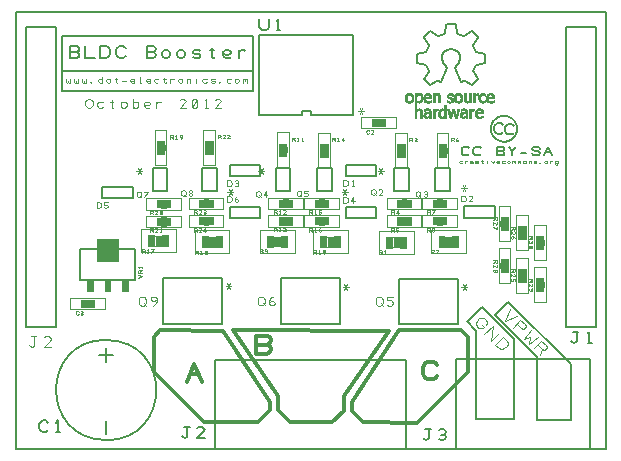
<source format=gbr>
%FSLAX23Y23*%
%MOIN*%
G04 EasyPC Gerber Version 15.0.4 Build 3016 *
%ADD16C,0.00100*%
%ADD71C,0.00128*%
%ADD19C,0.00197*%
%ADD12C,0.00276*%
%ADD17C,0.00315*%
%ADD15C,0.00354*%
%ADD13C,0.00394*%
%ADD70C,0.00400*%
%ADD10C,0.00500*%
%ADD18C,0.00591*%
%ADD20C,0.00600*%
%ADD14C,0.00787*%
%ADD22C,0.00800*%
%ADD11C,0.01181*%
%ADD21C,0.01600*%
X0Y0D02*
D02*
D10*
X3Y1461D02*
Y4D01*
X1971*
Y1461*
X3*
X112Y67D02*
X109Y64D01*
X103Y61*
X94*
X87Y64*
X84Y67*
X81Y74*
Y86*
X84Y92*
X87Y95*
X94Y99*
X103*
X109Y95*
X112Y92*
X137Y61D02*
X150D01*
X144D02*
Y99D01*
X137Y92*
X137Y410D02*
Y1410D01*
X37*
Y410*
X137*
X159Y1197D02*
X793D01*
Y1263*
X159*
Y1197*
X793*
Y1381*
X159*
Y1197*
X281Y318D02*
X328D01*
X291Y839D02*
X396D01*
Y877*
X291*
Y839*
X305Y98D02*
Y55D01*
Y342D02*
Y295D01*
Y368D02*
G75*
G03Y33J-167D01*
G01*
G75*
G03Y368J167*
G01*
X460Y863D02*
X509D01*
Y941*
X460*
Y863*
X495Y420D02*
X690D01*
Y575*
X495*
Y420*
X558Y46D02*
X561Y43D01*
X567Y39*
X573Y43*
X576Y46*
Y77*
X583*
X576D02*
X564D01*
X633Y39D02*
X608D01*
X629Y61*
X633Y68*
X629Y74*
X623Y77*
X614*
X608Y74*
X673Y941D02*
X624D01*
Y863*
X673*
Y941*
X717Y775D02*
X819D01*
Y812*
X717*
Y775*
Y913D02*
X819D01*
Y950*
X717*
Y913*
X815Y1118D02*
Y1383D01*
X1129*
Y1118*
X987*
Y1132*
X957*
Y1118*
X815*
X816Y1437D02*
Y1409D01*
X820Y1403*
X826Y1400*
X838*
X845Y1403*
X848Y1409*
Y1437*
X873Y1400D02*
X885D01*
X879D02*
Y1437D01*
X873Y1431*
X870Y863D02*
X919D01*
Y941*
X870*
Y863*
X889Y421D02*
X1085D01*
Y573*
X889*
Y421*
X1057Y941D02*
X1007D01*
Y863*
X1057*
Y941*
X1103Y775D02*
X1205D01*
Y811*
X1103*
Y775*
Y913D02*
X1204D01*
Y951*
X1103*
Y913*
X1263Y863D02*
X1313D01*
Y941*
X1263*
Y863*
X1282Y420D02*
X1478D01*
Y572*
X1282*
Y420*
X1306Y302D02*
X667D01*
Y3*
X1306*
Y302*
X1363Y40D02*
X1366Y37D01*
X1372Y34*
X1378Y37*
X1381Y40*
Y71*
X1388*
X1381D02*
X1369D01*
X1416Y37D02*
X1422Y34D01*
X1428*
X1435Y37*
X1438Y43*
X1435Y49*
X1428Y52*
X1422*
X1428D02*
X1435Y55D01*
X1438Y62*
X1435Y68*
X1428Y71*
X1422*
X1416Y68*
X1450Y941D02*
X1401D01*
Y863*
X1450*
Y941*
X1499Y775D02*
X1601D01*
Y813*
X1499*
Y775*
X1510Y432D02*
X1509Y430D01*
X1538Y398*
Y103*
X1666*
Y369*
X1558Y477*
X1510Y432*
X1567Y1322D02*
X1539Y1327D01*
X1537Y1328*
X1529Y1348*
X1529Y1351*
X1545Y1374*
X1545Y1376*
X1525Y1396*
X1523Y1397*
X1499Y1380*
X1496Y1380*
X1477Y1388*
X1476Y1389*
X1470Y1418*
X1469Y1419*
X1440*
X1439Y1418*
X1433Y1389*
X1432Y1388*
X1413Y1380*
X1410Y1380*
X1386Y1397*
X1385Y1396*
X1364Y1376*
X1364Y1374*
X1380Y1351*
X1380Y1348*
X1372Y1328*
X1370Y1327*
X1342Y1322*
X1341Y1320*
Y1292*
X1342Y1290*
X1370Y1285*
X1371Y1284*
X1380Y1263*
X1380Y1260*
X1364Y1238*
X1364Y1236*
X1385Y1216*
X1386Y1216*
X1409Y1231*
X1411Y1231*
X1420Y1226*
X1422Y1226*
X1442Y1275*
X1441Y1277*
X1439Y1278*
X1437Y1279*
X1427Y1290*
X1423Y1306*
X1425Y1318*
X1432Y1328*
X1442Y1335*
X1455Y1338*
X1467Y1335*
X1477Y1328*
X1484Y1318*
X1486Y1306*
X1482Y1290*
X1472Y1279*
X1470Y1278*
X1468Y1277*
X1467Y1275*
X1487Y1226*
X1489Y1226*
X1498Y1231*
X1501Y1231*
X1523Y1216*
X1525Y1216*
X1545Y1236*
X1545Y1238*
X1530Y1260*
X1529Y1263*
X1538Y1284*
X1540Y1285*
X1567Y1290*
X1568Y1292*
X1568Y1320*
X1567Y1322*
X1595Y1097D02*
G75*
G03X1667Y1046I36J-25D01*
G01*
G75*
G03X1595Y1097I-36J25*
G01*
X1602Y449D02*
X1646Y494D01*
X1854Y286*
X1855Y102*
X1741*
Y310*
X1602Y449*
X1854Y364D02*
X1857Y360D01*
X1863Y357*
X1870Y360*
X1873Y364*
Y395*
X1879*
X1873D02*
X1860D01*
X1910Y357D02*
X1923D01*
X1916D02*
Y395D01*
X1910Y389*
X1919Y304D02*
X1471D01*
Y4*
X1919*
Y304*
X1937Y410D02*
Y1410D01*
X1837*
Y410*
X1937*
D02*
D11*
X463Y260D02*
X464Y378D01*
X486Y399*
X693Y398*
X850Y162*
X851Y133*
X810Y93*
X631*
X463Y260*
X574Y228D02*
X599Y287D01*
X624Y228*
X584Y253D02*
X614D01*
X729Y399D02*
X877Y182D01*
Y134*
X917Y94*
X1059*
X1097Y132*
Y181*
X1247Y398*
X729Y399*
X840Y352D02*
X850Y347D01*
X855Y337*
X850Y327*
X840Y322*
X806*
Y381*
X840*
X850Y377*
X855Y367*
X850Y357*
X840Y352*
X806*
X1123Y162D02*
Y131D01*
X1162Y93*
X1342Y92*
X1510Y260*
Y378*
X1489Y400*
X1281Y399*
X1123Y162*
X1409Y246D02*
X1404Y241D01*
X1394Y236*
X1379*
X1369Y241*
X1365Y246*
X1360Y255*
Y275*
X1365Y285*
X1369Y290*
X1379Y295*
X1394*
X1404Y290*
X1409Y285*
D02*
D12*
X414Y492D02*
Y502D01*
X416Y506*
X418Y509*
X423Y511*
X428*
X433Y509*
X436Y506*
X438Y502*
Y492*
X436Y487*
X433Y484*
X428Y482*
X423*
X418Y484*
X416Y487*
X414Y492*
X431Y489D02*
X438Y482D01*
X460D02*
X465Y484D01*
X470Y489*
X473Y497*
Y504*
X470Y509*
X465Y511*
X460*
X455Y509*
X453Y504*
X455Y499*
X460Y497*
X465*
X470Y499*
X473Y504*
X810Y493D02*
Y502D01*
X812Y507*
X815Y510*
X820Y512*
X824*
X829Y510*
X832Y507*
X834Y502*
Y493*
X832Y488*
X829Y485*
X824Y483*
X820*
X815Y485*
X812Y488*
X810Y493*
X827Y490D02*
X834Y483D01*
X849Y490D02*
X852Y495D01*
X856Y497*
X861*
X866Y495*
X869Y490*
X866Y485*
X861Y483*
X856*
X852Y485*
X849Y490*
Y497*
X852Y505*
X856Y510*
X861Y512*
X1203Y492D02*
Y502D01*
X1205Y506*
X1208Y509*
X1212Y511*
X1217*
X1222Y509*
X1225Y506*
X1227Y502*
Y492*
X1225Y487*
X1222Y484*
X1217Y482*
X1212*
X1208Y484*
X1205Y487*
X1203Y492*
X1220Y489D02*
X1227Y482D01*
X1242Y484D02*
X1247Y482D01*
X1254*
X1259Y484*
X1262Y489*
Y492*
X1259Y497*
X1254Y499*
X1242*
Y511*
X1262*
D02*
D13*
X48Y350D02*
X51Y346D01*
X57Y343*
X63Y346*
X66Y350*
Y380*
X72*
X66D02*
X54D01*
X122Y343D02*
X97D01*
X119Y365*
X122Y371*
X119Y377*
X112Y380*
X103*
X97Y377*
X235Y1151D02*
Y1161D01*
X238Y1166*
X240Y1168*
X245Y1171*
X250*
X255Y1168*
X257Y1166*
X260Y1161*
Y1151*
X257Y1146*
X255Y1144*
X250Y1141*
X245*
X240Y1144*
X238Y1146*
X235Y1151*
X294Y1159D02*
X289Y1161D01*
X282*
X277Y1159*
X275Y1154*
Y1149*
X277Y1144*
X282Y1141*
X289*
X294Y1144*
X319Y1161D02*
X329D01*
X324Y1166D02*
Y1144D01*
X326Y1141*
X329*
X331Y1144*
X353Y1149D02*
X356Y1144D01*
X361Y1141*
X366*
X371Y1144*
X373Y1149*
Y1154*
X371Y1159*
X366Y1161*
X361*
X356Y1159*
X353Y1154*
Y1149*
X393D02*
X395Y1144D01*
X400Y1141*
X405*
X410Y1144*
X412Y1149*
Y1154*
X410Y1159*
X405Y1161*
X400*
X395Y1159*
X393Y1154*
Y1141D02*
Y1171D01*
X452Y1144D02*
X449Y1141D01*
X444*
X439*
X434Y1144*
X432Y1149*
Y1156*
X434Y1159*
X439Y1161*
X444*
X449Y1159*
X452Y1156*
Y1154*
X449Y1151*
X444Y1149*
X439*
X434Y1151*
X432Y1154*
X471Y1141D02*
Y1161D01*
Y1154D02*
X474Y1159D01*
X479Y1161*
X484*
X489Y1159*
X570Y1141D02*
X550D01*
X567Y1159*
X570Y1164*
X567Y1168*
X562Y1171*
X555*
X550Y1168*
X592Y1144D02*
X597Y1141D01*
X602*
X607Y1144*
X609Y1149*
Y1164*
X607Y1168*
X602Y1171*
X597*
X592Y1168*
X590Y1164*
Y1149*
X592Y1144*
X607Y1168*
X634Y1141D02*
X644D01*
X639D02*
Y1171D01*
X634Y1166*
X688Y1141D02*
X668D01*
X685Y1159*
X688Y1164*
X685Y1168*
X681Y1171*
X673*
X668Y1168*
X1558Y417D02*
X1564Y411D01*
X1562Y408*
X1556Y406*
X1551*
X1545Y408*
X1540Y413*
X1538Y419*
X1538Y424*
X1540Y430*
X1549Y439*
X1556Y441*
X1560*
X1566Y439*
X1571Y434*
X1573Y428*
X1573Y424*
X1571Y417*
X1566Y387D02*
X1593Y413D01*
X1588Y365*
X1614Y391*
X1601Y352D02*
X1627Y378D01*
X1640Y365*
X1643Y358*
Y354*
X1640Y347*
X1632Y339*
X1625Y337*
X1621*
X1614Y339*
X1601Y352*
X1651Y469D02*
X1636Y432D01*
X1673Y447*
X1660Y408D02*
X1686Y434D01*
X1701Y419*
X1703Y413*
X1701Y406*
X1695Y404*
X1688Y406*
X1673Y421*
X1721Y400D02*
X1697Y371D01*
X1719Y376*
X1714Y354*
X1743Y378*
X1730Y339D02*
X1756Y365D01*
X1771Y350*
X1773Y343*
X1771Y337*
X1764Y334*
X1758Y337*
X1743Y352*
X1758Y337D02*
X1751Y317D01*
D02*
D14*
X206Y1327D02*
X213Y1323D01*
X216Y1317*
X213Y1311*
X206Y1307*
X184*
Y1346*
X206*
X213Y1343*
X216Y1336*
X213Y1330*
X206Y1327*
X184*
X235Y1346D02*
Y1307D01*
X267*
X286D02*
Y1346D01*
X306*
X312Y1343*
X315Y1339*
X318Y1333*
Y1320*
X315Y1314*
X312Y1311*
X306Y1307*
X286*
X370Y1314D02*
X366Y1311D01*
X360Y1307*
X350*
X344Y1311*
X341Y1314*
X338Y1320*
Y1333*
X341Y1339*
X344Y1343*
X350Y1346*
X360*
X366Y1343*
X370Y1339*
X462Y1327D02*
X469Y1323D01*
X472Y1317*
X469Y1311*
X462Y1307*
X440*
Y1346*
X462*
X469Y1343*
X472Y1336*
X469Y1330*
X462Y1327*
X440*
X491Y1317D02*
X494Y1311D01*
X501Y1307*
X507*
X514Y1311*
X517Y1317*
Y1323*
X514Y1330*
X507Y1333*
X501*
X494Y1330*
X491Y1323*
Y1317*
X542D02*
X546Y1311D01*
X552Y1307*
X558*
X565Y1311*
X568Y1317*
Y1323*
X565Y1330*
X558Y1333*
X552*
X546Y1330*
X542Y1323*
Y1317*
X594Y1311D02*
X600Y1307D01*
X613*
X619Y1311*
Y1317*
X613Y1320*
X600*
X594Y1323*
Y1330*
X600Y1333*
X613*
X619Y1330*
X651Y1333D02*
X664D01*
X658Y1339D02*
Y1311D01*
X661Y1307*
X664*
X667Y1311*
X721D02*
X718Y1307D01*
X712*
X706*
X699Y1311*
X696Y1317*
Y1327*
X699Y1330*
X706Y1333*
X712*
X718Y1330*
X721Y1327*
Y1323*
X718Y1320*
X712Y1317*
X706*
X699Y1320*
X696Y1323*
X747Y1307D02*
Y1333D01*
Y1323D02*
X750Y1330D01*
X757Y1333*
X763*
X769Y1330*
D02*
D15*
X171Y1238D02*
Y1227D01*
X173Y1225*
X176*
X178Y1227*
Y1232*
Y1227D02*
X180Y1225D01*
X183*
X185Y1227*
Y1238*
X198D02*
Y1227D01*
X200Y1225*
X203*
X205Y1227*
Y1232*
Y1227D02*
X206Y1225D01*
X210*
X211Y1227*
Y1238*
X225D02*
Y1227D01*
X227Y1225*
X230*
X232Y1227*
Y1232*
Y1227D02*
X233Y1225D01*
X237*
X238Y1227*
Y1238*
X253Y1225D02*
X255Y1227D01*
X253Y1228*
X252Y1227*
X253Y1225*
X292Y1233D02*
X290Y1237D01*
X287Y1238*
X283*
X280Y1237*
X278Y1233*
Y1230*
X280Y1227*
X283Y1225*
X287*
X290Y1227*
X292Y1230*
Y1225D02*
Y1245D01*
X305Y1230D02*
X307Y1227D01*
X310Y1225*
X314*
X317Y1227*
X319Y1230*
Y1233*
X317Y1237*
X314Y1238*
X310*
X307Y1237*
X305Y1233*
Y1230*
X335Y1238D02*
X342D01*
X339Y1242D02*
Y1227D01*
X340Y1225*
X342*
X344Y1227*
X359Y1232D02*
X372D01*
X399Y1227D02*
X397Y1225D01*
X394*
X390*
X387Y1227*
X385Y1230*
Y1235*
X387Y1237*
X390Y1238*
X394*
X397Y1237*
X399Y1235*
Y1233*
X397Y1232*
X394Y1230*
X390*
X387Y1232*
X385Y1233*
X421Y1225D02*
X419D01*
Y1245*
X452Y1227D02*
X451Y1225D01*
X447*
X444*
X441Y1227*
X439Y1230*
Y1235*
X441Y1237*
X444Y1238*
X447*
X451Y1237*
X452Y1235*
Y1233*
X451Y1232*
X447Y1230*
X444*
X441Y1232*
X439Y1233*
X479Y1237D02*
X476Y1238D01*
X471*
X467Y1237*
X466Y1233*
Y1230*
X467Y1227*
X471Y1225*
X476*
X479Y1227*
X496Y1238D02*
X503D01*
X499Y1242D02*
Y1227D01*
X501Y1225*
X503*
X504Y1227*
X519Y1225D02*
Y1238D01*
Y1233D02*
X521Y1237D01*
X524Y1238*
X528*
X531Y1237*
X546Y1230D02*
X548Y1227D01*
X551Y1225*
X554*
X558Y1227*
X559Y1230*
Y1233*
X558Y1237*
X554Y1238*
X551*
X548Y1237*
X546Y1233*
Y1230*
X573Y1225D02*
Y1238D01*
Y1233D02*
X575Y1237D01*
X578Y1238*
X581*
X585Y1237*
X586Y1233*
Y1225*
X606D02*
Y1238D01*
Y1243D02*
X640Y1237*
X636Y1238D01*
X631*
X628Y1237*
X626Y1233*
Y1230*
X628Y1227*
X631Y1225*
X636*
X640Y1227*
X653D02*
X657Y1225D01*
X663*
X667Y1227*
Y1230*
X663Y1232*
X657*
X653Y1233*
Y1237*
X657Y1238*
X663*
X667Y1237*
X682Y1225D02*
X683Y1227D01*
X682Y1228*
X680Y1227*
X682Y1225*
X720Y1237D02*
X717Y1238D01*
X712*
X708Y1237*
X707Y1233*
Y1230*
X708Y1227*
X712Y1225*
X717*
X720Y1227*
X734Y1230D02*
X735Y1227D01*
X739Y1225*
X742*
X745Y1227*
X747Y1230*
Y1233*
X745Y1237*
X742Y1238*
X739*
X735Y1237*
X734Y1233*
Y1230*
X760Y1225D02*
Y1238D01*
Y1237D02*
X762Y1238D01*
X765*
X767Y1237*
Y1232*
Y1237D02*
X769Y1238D01*
X772*
X774Y1237*
Y1225*
D02*
D16*
X185Y508D02*
X301D01*
Y470*
X185*
Y508*
X221Y477D02*
X233D01*
Y500*
X221*
Y477*
G36*
X233*
Y500*
X221*
Y477*
G37*
X235Y477D02*
X251D01*
Y501*
X235*
Y477*
G36*
X251*
Y501*
X235*
Y477*
G37*
X241Y531D02*
X260D01*
Y569*
X241*
Y531*
G36*
X260*
Y569*
X241*
Y531*
G37*
X253Y477D02*
X265D01*
Y500*
X253*
Y477*
G36*
X265*
Y500*
X253*
Y477*
G37*
X273Y807D02*
Y826D01*
X282*
X285Y825*
X287Y823*
X288Y820*
Y814*
X287Y811*
X285Y809*
X282Y807*
X273*
X298Y809D02*
X301Y807D01*
X305*
X309Y809*
X310Y812*
Y814*
X309Y817*
X305Y818*
X298*
Y826*
X310*
X274Y631D02*
X346D01*
Y704*
X274*
Y631*
G36*
X346*
Y704*
X274*
Y631*
G37*
X300Y531D02*
X319D01*
Y569*
X300*
Y531*
G36*
X319*
Y569*
X300*
Y531*
G37*
X359D02*
X378D01*
Y569*
X359*
Y531*
G36*
X378*
Y569*
X359*
Y531*
G37*
X407Y849D02*
Y855D01*
X408Y859*
X410Y860*
X413Y862*
X416*
X419Y860*
X421Y859*
X422Y855*
Y849*
X421Y846*
X419Y844*
X416Y843*
X413*
X410Y844*
X408Y846*
X407Y849*
X418Y848D02*
X422Y843D01*
X432D02*
X444Y862D01*
X432*
X421Y736D02*
X537D01*
Y659*
X421*
Y736*
X437Y781D02*
X553D01*
Y743*
X437*
Y781*
Y840D02*
X553D01*
Y802*
X437*
Y840*
X446Y679D02*
X466D01*
Y716*
X446*
Y679*
G36*
X466*
Y716*
X446*
Y679*
G37*
X470Y682D02*
X488D01*
Y712*
X470*
Y682*
G36*
X488*
Y712*
X470*
Y682*
G37*
X471Y686D02*
X487D01*
Y709*
X471*
Y686*
G36*
X487*
Y709*
X471*
Y686*
G37*
X473Y1016D02*
Y1000D01*
X501*
Y1016*
X473*
G36*
Y1000*
X501*
Y1016*
X473*
G37*
X473Y750D02*
X485D01*
Y774*
X473*
Y750*
G36*
X485*
Y774*
X473*
Y750*
G37*
Y809D02*
X485D01*
Y833*
X473*
Y809*
G36*
X485*
Y833*
X473*
Y809*
G37*
X475Y998D02*
Y986D01*
X498*
Y998*
X475*
G36*
Y986*
X498*
Y998*
X475*
G37*
Y1030D02*
Y1018D01*
X498*
Y1030*
X475*
G36*
Y1018*
X498*
Y1030*
X475*
G37*
X475Y1016D02*
Y1001D01*
X499*
Y1016*
X475*
G36*
Y1001*
X499*
Y1016*
X475*
G37*
X487Y748D02*
X503D01*
Y776*
X487*
Y748*
G36*
X503*
Y776*
X487*
Y748*
G37*
Y807D02*
X503D01*
Y835*
X487*
Y807*
G36*
X503*
Y835*
X487*
Y807*
G37*
X487Y751D02*
X502D01*
Y774*
X487*
Y751*
G36*
X502*
Y774*
X487*
Y751*
G37*
Y810D02*
X502D01*
Y833*
X487*
Y810*
G36*
X502*
Y833*
X487*
Y810*
G37*
X492Y679D02*
X512D01*
Y716*
X492*
Y679*
G36*
X512*
Y716*
X492*
Y679*
G37*
X505Y750D02*
X517D01*
Y774*
X505*
Y750*
G36*
X517*
Y774*
X505*
Y750*
G37*
Y809D02*
X517D01*
Y833*
X505*
Y809*
G36*
X517*
Y833*
X505*
Y809*
G37*
X506Y1066D02*
Y950D01*
X468*
Y1066*
X506*
X555Y854D02*
Y860D01*
X556Y863*
X558Y865*
X561Y866*
X564*
X567Y865*
X569Y863*
X570Y860*
Y854*
X569Y851*
X567Y849*
X564Y848*
X561*
X558Y849*
X556Y851*
X555Y854*
X566Y852D02*
X570Y848D01*
X584Y857D02*
X587D01*
X591Y859*
X592Y862*
X591Y865*
X587Y866*
X584*
X581Y865*
X580Y862*
X581Y859*
X584Y857*
X581Y855*
X580Y852*
X581Y849*
X584Y848*
X587*
X591Y849*
X592Y852*
X591Y855*
X587Y857*
X628Y776D02*
X616D01*
Y753*
X628*
Y776*
G36*
X616*
Y753*
X628*
Y776*
G37*
Y835D02*
X616D01*
Y812*
X628*
Y835*
G36*
X616*
Y812*
X628*
Y835*
G37*
X634Y1016D02*
Y1000D01*
X662*
Y1016*
X634*
G36*
Y1000*
X662*
Y1016*
X634*
G37*
X636Y998D02*
Y986D01*
X660*
Y998*
X636*
G36*
Y986*
X660*
Y998*
X636*
G37*
Y1030D02*
Y1018D01*
X660*
Y1030*
X636*
G36*
Y1018*
X660*
Y1030*
X636*
G37*
X636Y1016D02*
Y1001D01*
X660*
Y1016*
X636*
G36*
Y1001*
X660*
Y1016*
X636*
G37*
X645Y714D02*
X625D01*
Y677*
X645*
Y714*
G36*
X625*
Y677*
X645*
Y714*
G37*
X646Y776D02*
X630D01*
Y753*
X646*
Y776*
G36*
X630*
Y753*
X646*
Y776*
G37*
Y835D02*
X630D01*
Y812*
X646*
Y835*
G36*
X630*
Y812*
X646*
Y835*
G37*
X646Y778D02*
X630D01*
Y750*
X646*
Y778*
G36*
X630*
Y750*
X646*
Y778*
G37*
Y837D02*
X630D01*
Y809*
X646*
Y837*
G36*
X630*
Y809*
X646*
Y837*
G37*
X660Y776D02*
X648D01*
Y753*
X660*
Y776*
G36*
X648*
Y753*
X660*
Y776*
G37*
Y835D02*
X648D01*
Y812*
X660*
Y835*
G36*
X648*
Y812*
X660*
Y835*
G37*
X666Y707D02*
X650D01*
Y684*
X666*
Y707*
G36*
X650*
Y684*
X666*
Y707*
G37*
X667Y710D02*
X649D01*
Y680*
X667*
Y710*
G36*
X649*
Y680*
X667*
Y710*
G37*
X667Y1066D02*
Y950D01*
X629*
Y1066*
X667*
X691Y714D02*
X671D01*
Y677*
X691*
Y714*
G36*
X671*
Y677*
X691*
Y714*
G37*
X696Y745D02*
X580D01*
Y783*
X696*
Y745*
Y804D02*
X580D01*
Y842*
X696*
Y804*
X708Y827D02*
Y846D01*
X718*
X721Y844*
X722Y843*
X724Y839*
Y833*
X722Y830*
X721Y829*
X718Y827*
X708*
X733Y832D02*
X735Y835D01*
X738Y836*
X741*
X744Y835*
X746Y832*
X744Y829*
X741Y827*
X738*
X735Y829*
X733Y832*
Y836*
X735Y841*
X738Y844*
X741Y846*
X708Y880D02*
Y899D01*
X718*
X721Y897*
X722Y895*
X724Y892*
Y886*
X722Y883*
X721Y881*
X718Y880*
X708*
X735Y881D02*
X738Y880D01*
X741*
X744Y881*
X746Y885*
X744Y888*
X741Y889*
X738*
X741D02*
X744Y891D01*
X746Y894*
X744Y897*
X741Y899*
X738*
X735Y897*
X716Y657D02*
X600D01*
Y734*
X716*
Y657*
X805Y852D02*
Y858D01*
X806Y861*
X808Y862*
X811Y864*
X814*
X817Y862*
X819Y861*
X820Y858*
Y852*
X819Y848*
X817Y847*
X814Y845*
X811*
X808Y847*
X806Y848*
X805Y852*
X816Y850D02*
X820Y845D01*
X837D02*
Y864D01*
X830Y852*
X842*
X817Y734D02*
X933D01*
Y657*
X817*
Y734*
X842Y677D02*
X861D01*
Y714*
X842*
Y677*
G36*
X861*
Y714*
X842*
Y677*
G37*
X846Y783D02*
X962D01*
Y745*
X846*
Y783*
Y842D02*
X962D01*
Y804*
X846*
Y842*
X866Y680D02*
X884D01*
Y710*
X866*
Y680*
G36*
X884*
Y710*
X866*
Y680*
G37*
X867Y684D02*
X882D01*
Y707*
X867*
Y684*
G36*
X882*
Y707*
X867*
Y684*
G37*
X880Y1009D02*
Y993D01*
X908*
Y1009*
X880*
G36*
Y993*
X908*
Y1009*
X880*
G37*
X882Y990D02*
Y979D01*
X906*
Y990*
X882*
G36*
Y979*
X906*
Y990*
X882*
G37*
Y1022D02*
Y1011D01*
X906*
Y1022*
X882*
G36*
Y1011*
X906*
Y1022*
X882*
G37*
X882Y752D02*
X894D01*
Y776*
X882*
Y752*
G36*
X894*
Y776*
X882*
Y752*
G37*
Y811D02*
X894D01*
Y835*
X882*
Y811*
G36*
X894*
Y835*
X882*
Y811*
G37*
X882Y1008D02*
Y993D01*
X906*
Y1008*
X882*
G36*
Y993*
X906*
Y1008*
X882*
G37*
X888Y677D02*
X907D01*
Y714*
X888*
Y677*
G36*
X907*
Y714*
X888*
Y677*
G37*
X896Y750D02*
X912D01*
Y778*
X896*
Y750*
G36*
X912*
Y778*
X896*
Y750*
G37*
Y809D02*
X912D01*
Y837*
X896*
Y809*
G36*
X912*
Y837*
X896*
Y809*
G37*
X896Y753D02*
X912D01*
Y776*
X896*
Y753*
G36*
X912*
Y776*
X896*
Y753*
G37*
Y812D02*
X912D01*
Y835*
X896*
Y812*
G36*
X912*
Y835*
X896*
Y812*
G37*
X913Y1059D02*
Y943D01*
X875*
Y1059*
X913*
X914Y752D02*
X926D01*
Y776*
X914*
Y752*
G36*
X926*
Y776*
X914*
Y752*
G37*
Y811D02*
X926D01*
Y835*
X914*
Y811*
G36*
X926*
Y835*
X914*
Y811*
G37*
X940Y853D02*
Y859D01*
X942Y862*
X943Y864*
X947Y865*
X950*
X953Y864*
X954Y862*
X956Y859*
Y853*
X954Y850*
X953Y848*
X950Y846*
X947*
X943Y848*
X942Y850*
X940Y853*
X951Y851D02*
X956Y846D01*
X965Y848D02*
X968Y846D01*
X973*
X976Y848*
X978Y851*
Y853*
X976Y856*
X973Y857*
X965*
Y865*
X978*
X1012Y776D02*
X1000D01*
Y753*
X1012*
Y776*
G36*
X1000*
Y753*
X1012*
Y776*
G37*
Y835D02*
X1000D01*
Y812*
X1012*
Y835*
G36*
X1000*
Y812*
X1012*
Y835*
G37*
X1017Y1008D02*
Y992D01*
X1045*
Y1008*
X1017*
G36*
Y992*
X1045*
Y1008*
X1017*
G37*
X1019Y989D02*
Y978D01*
X1043*
Y989*
X1019*
G36*
Y978*
X1043*
Y989*
X1019*
G37*
Y1021D02*
Y1010D01*
X1043*
Y1021*
X1019*
G36*
Y1010*
X1043*
Y1021*
X1019*
G37*
X1019Y1007D02*
Y992D01*
X1043*
Y1007*
X1019*
G36*
Y992*
X1043*
Y1007*
X1019*
G37*
X1030Y776D02*
X1014D01*
Y753*
X1030*
Y776*
G36*
X1014*
Y753*
X1030*
Y776*
G37*
Y835D02*
X1014D01*
Y812*
X1030*
Y835*
G36*
X1014*
Y812*
X1030*
Y835*
G37*
X1030Y778D02*
X1014D01*
Y750*
X1030*
Y778*
G36*
X1014*
Y750*
X1030*
Y778*
G37*
Y837D02*
X1014D01*
Y809*
X1030*
Y837*
G36*
X1014*
Y809*
X1030*
Y837*
G37*
X1039Y714D02*
X1019D01*
Y677*
X1039*
Y714*
G36*
X1019*
Y677*
X1039*
Y714*
G37*
X1044Y776D02*
X1032D01*
Y753*
X1044*
Y776*
G36*
X1032*
Y753*
X1044*
Y776*
G37*
Y835D02*
X1032D01*
Y812*
X1044*
Y835*
G36*
X1032*
Y812*
X1044*
Y835*
G37*
X1050Y1058D02*
Y942D01*
X1012*
Y1058*
X1050*
X1060Y707D02*
X1044D01*
Y684*
X1060*
Y707*
G36*
X1044*
Y684*
X1060*
Y707*
G37*
X1061Y710D02*
X1043D01*
Y680*
X1061*
Y710*
G36*
X1043*
Y680*
X1061*
Y710*
G37*
X1080Y745D02*
X964D01*
Y783*
X1080*
Y745*
Y804D02*
X964D01*
Y842*
X1080*
Y804*
X1085Y714D02*
X1065D01*
Y677*
X1085*
Y714*
G36*
X1065*
Y677*
X1085*
Y714*
G37*
X1096Y825D02*
Y844D01*
X1105*
X1108Y842*
X1110Y841*
X1111Y838*
Y831*
X1110Y828*
X1108Y827*
X1105Y825*
X1096*
X1128D02*
Y844D01*
X1121Y831*
X1133*
X1096Y881D02*
Y900D01*
X1105*
X1108Y898*
X1110Y897*
X1111Y894*
Y888*
X1110Y884*
X1108Y883*
X1105Y881*
X1096*
X1124D02*
X1130D01*
X1127D02*
Y900D01*
X1124Y897*
X1110Y657D02*
X994D01*
Y734*
X1110*
Y657*
X1156Y1112D02*
X1272D01*
Y1074*
X1156*
Y1112*
X1188Y858D02*
Y864D01*
X1189Y867*
X1191Y868*
X1194Y870*
X1197*
X1200Y868*
X1202Y867*
X1203Y864*
Y858*
X1202Y854*
X1200Y853*
X1197Y851*
X1194*
X1191Y853*
X1189Y854*
X1188Y858*
X1199Y856D02*
X1203Y851D01*
X1225D02*
X1213D01*
X1224Y862*
X1225Y865*
X1224Y868*
X1221Y870*
X1216*
X1213Y868*
X1192Y1081D02*
X1204D01*
Y1105*
X1192*
Y1081*
G36*
X1204*
Y1105*
X1192*
Y1081*
G37*
X1206Y1081D02*
X1222D01*
Y1105*
X1206*
Y1081*
G36*
X1222*
Y1105*
X1206*
Y1081*
G37*
X1214Y732D02*
X1330D01*
Y655*
X1214*
Y732*
X1224Y1081D02*
X1236D01*
Y1105*
X1224*
Y1081*
G36*
X1236*
Y1105*
X1224*
Y1081*
G37*
X1239Y675D02*
X1259D01*
Y712*
X1239*
Y675*
G36*
X1259*
Y712*
X1239*
Y675*
G37*
X1240Y783D02*
X1356D01*
Y745*
X1240*
Y783*
Y842D02*
X1356D01*
Y804*
X1240*
Y842*
X1263Y678D02*
X1281D01*
Y708*
X1263*
Y678*
G36*
X1281*
Y708*
X1263*
Y678*
G37*
X1264Y682D02*
X1280D01*
Y705*
X1264*
Y682*
G36*
X1280*
Y705*
X1264*
Y682*
G37*
X1274Y1008D02*
Y992D01*
X1302*
Y1008*
X1274*
G36*
Y992*
X1302*
Y1008*
X1274*
G37*
X1276Y989D02*
Y978D01*
X1300*
Y989*
X1276*
G36*
Y978*
X1300*
Y989*
X1276*
G37*
Y1021D02*
Y1010D01*
X1300*
Y1021*
X1276*
G36*
Y1010*
X1300*
Y1021*
X1276*
G37*
X1276Y752D02*
X1288D01*
Y776*
X1276*
Y752*
G36*
X1288*
Y776*
X1276*
Y752*
G37*
Y811D02*
X1288D01*
Y835*
X1276*
Y811*
G36*
X1288*
Y835*
X1276*
Y811*
G37*
X1276Y1007D02*
Y992D01*
X1300*
Y1007*
X1276*
G36*
Y992*
X1300*
Y1007*
X1276*
G37*
X1285Y675D02*
X1305D01*
Y712*
X1285*
Y675*
G36*
X1305*
Y712*
X1285*
Y675*
G37*
X1290Y750D02*
X1306D01*
Y778*
X1290*
Y750*
G36*
X1306*
Y778*
X1290*
Y750*
G37*
Y809D02*
X1306D01*
Y837*
X1290*
Y809*
G36*
X1306*
Y837*
X1290*
Y809*
G37*
X1290Y753D02*
X1306D01*
Y776*
X1290*
Y753*
G36*
X1306*
Y776*
X1290*
Y753*
G37*
Y812D02*
X1306D01*
Y835*
X1290*
Y812*
G36*
X1306*
Y835*
X1290*
Y812*
G37*
X1329Y1174D02*
X1328Y1167D01*
X1325Y1162*
X1321Y1159*
X1315Y1158*
X1309Y1159*
X1305Y1162*
X1302Y1168*
X1301Y1174*
X1302Y1180*
X1305Y1186*
X1309Y1189*
X1315Y1190*
X1321Y1189*
X1325Y1186*
X1328Y1180*
X1329Y1174*
X1323D02*
X1323Y1179D01*
X1321Y1182*
X1319Y1184*
X1315Y1185*
X1311Y1184*
X1309Y1182*
X1307Y1179*
X1307Y1174*
X1307Y1169*
X1309Y1166*
X1311Y1164*
X1315Y1163*
X1319Y1164*
X1321Y1166*
X1323Y1169*
X1323Y1174*
X1360Y1174D02*
X1359Y1168D01*
X1356Y1163*
X1352Y1160*
X1347Y1158*
X1343Y1159*
X1339Y1160*
Y1148*
X1334*
Y1189*
X1339*
Y1186*
X1343Y1189*
X1349Y1190*
X1353Y1189*
X1357Y1186*
X1359Y1181*
X1360Y1174*
X1354D02*
X1353Y1179D01*
X1353Y1182*
X1350Y1184*
X1347Y1185*
X1343Y1184*
X1339Y1182*
Y1164*
X1343Y1163*
X1346*
X1349Y1164*
X1352Y1166*
X1353Y1169*
X1354Y1174*
X1378Y1158D02*
X1371Y1159D01*
X1366Y1162*
X1364Y1167*
X1362Y1174*
X1364Y1180*
X1366Y1185*
X1371Y1189*
X1376Y1190*
X1382Y1189*
X1386Y1186*
X1388Y1182*
X1389Y1176*
Y1174*
X1368*
X1368Y1169*
X1370Y1166*
X1374Y1164*
X1378Y1163*
X1381*
X1384Y1164*
X1386Y1165*
X1388Y1166*
Y1161*
X1386Y1160*
X1384Y1159*
X1381Y1158*
X1378*
X1384Y1178D02*
X1383Y1181D01*
X1382Y1184*
X1380Y1185*
X1376Y1186*
X1373Y1185*
X1370Y1184*
X1368Y1181*
X1368Y1178*
X1384*
X1418Y1159D02*
X1412D01*
Y1176*
Y1180*
X1412Y1183*
X1410Y1184*
X1407Y1185*
X1404Y1184*
X1400Y1182*
Y1159*
X1394*
Y1189*
X1400*
Y1186*
X1404Y1189*
X1408Y1190*
X1412Y1189*
X1415Y1187*
X1417Y1183*
X1418Y1178*
Y1159*
X1451Y1158D02*
X1445Y1159D01*
X1440Y1161*
Y1166*
X1443Y1165*
X1445Y1164*
X1447Y1163*
X1451Y1162*
X1453*
X1455Y1164*
X1456Y1165*
X1457Y1167*
X1456Y1170*
X1455Y1171*
X1453Y1172*
X1450Y1172*
X1447Y1173*
X1444Y1174*
X1442Y1176*
X1441Y1178*
X1440Y1181*
X1441Y1184*
X1444Y1187*
X1447Y1189*
X1451Y1190*
X1457Y1189*
X1461Y1188*
Y1182*
X1456Y1185*
X1452Y1186*
X1448Y1184*
X1447Y1183*
X1446Y1181*
X1447Y1178*
X1450Y1177*
X1453Y1176*
X1455Y1176*
X1458Y1174*
X1461Y1173*
X1461Y1170*
X1462Y1168*
X1461Y1164*
X1459Y1161*
X1455Y1159*
X1451Y1158*
X1492Y1174D02*
X1491Y1167D01*
X1488Y1162*
X1484Y1159*
X1479Y1158*
X1473Y1159*
X1469Y1162*
X1465Y1168*
X1465Y1174*
X1465Y1180*
X1469Y1186*
X1473Y1189*
X1479Y1190*
X1484Y1189*
X1488Y1186*
X1491Y1180*
X1492Y1174*
X1487D02*
X1486Y1179D01*
X1485Y1182*
X1482Y1184*
X1479Y1185*
X1475Y1184*
X1472Y1182*
X1471Y1179*
X1470Y1174*
X1471Y1169*
X1472Y1166*
X1475Y1164*
X1479Y1163*
X1482Y1164*
X1485Y1166*
X1486Y1169*
X1487Y1174*
X1521Y1159D02*
X1515D01*
Y1162*
X1511Y1160*
X1507Y1158*
X1503Y1159*
X1500Y1161*
X1498Y1164*
X1497Y1170*
Y1189*
X1503*
Y1172*
Y1168*
X1503Y1165*
X1505Y1164*
X1508Y1163*
X1512Y1164*
X1515Y1167*
Y1189*
X1521*
Y1159*
X1544Y1184D02*
X1543D01*
X1542*
X1538Y1183*
X1534Y1180*
Y1159*
X1528*
Y1189*
X1534*
Y1184*
X1536Y1186*
X1538Y1188*
X1542Y1189*
X1544*
X1544*
Y1184*
X1560Y1158D02*
X1554Y1159D01*
X1550Y1162*
X1547Y1167*
X1546Y1174*
X1547Y1181*
X1550Y1186*
X1554Y1189*
X1560Y1190*
X1565Y1189*
X1569Y1187*
Y1182*
X1567Y1182*
X1565Y1184*
X1563Y1184*
X1560Y1185*
X1556Y1184*
X1554Y1182*
X1552Y1178*
X1551Y1174*
X1552Y1169*
X1554Y1166*
X1556Y1164*
X1560Y1163*
X1565Y1164*
X1569Y1166*
Y1161*
X1567Y1160*
X1565Y1159*
X1562Y1158*
X1560*
X1586D02*
X1580Y1159D01*
X1575Y1162*
X1572Y1167*
X1571Y1174*
X1572Y1180*
X1575Y1185*
X1580Y1189*
X1585Y1190*
X1590Y1189*
X1594Y1186*
X1597Y1182*
X1598Y1176*
Y1174*
X1576*
X1577Y1169*
X1579Y1166*
X1582Y1164*
X1586Y1163*
X1590*
X1593Y1164*
X1595Y1165*
X1597Y1166*
Y1161*
X1595Y1160*
X1592Y1159*
X1590Y1158*
X1586*
X1592Y1178D02*
X1592Y1181D01*
X1590Y1184*
X1588Y1185*
X1585Y1186*
X1582Y1185*
X1579Y1184*
X1577Y1181*
X1576Y1178*
X1592*
X1334Y1148D02*
X1339D01*
X1334Y1149D02*
X1339D01*
X1334Y1150D02*
X1339D01*
X1334Y1150D02*
X1339D01*
X1334Y1151D02*
X1339D01*
X1334Y1152D02*
X1339D01*
X1334Y1153D02*
X1339D01*
X1334Y1154D02*
X1339D01*
X1334Y1155D02*
X1339D01*
X1334Y1156D02*
X1339D01*
X1334Y1157D02*
X1339D01*
X1334Y1158D02*
X1339D01*
X1311Y1159D02*
X1320D01*
X1334D02*
X1339D01*
X1344D02*
X1349D01*
X1372D02*
X1383D01*
X1446D02*
X1454D01*
X1474D02*
X1483D01*
X1504D02*
X1509D01*
X1555D02*
X1564D01*
X1581D02*
X1592D01*
X1308Y1160D02*
X1322D01*
X1334D02*
X1339D01*
X1341D02*
X1352D01*
X1370D02*
X1386D01*
X1394D02*
X1400D01*
X1412D02*
X1418D01*
X1443D02*
X1457D01*
X1472D02*
X1485D01*
X1502D02*
X1512D01*
X1515D02*
X1521D01*
X1528D02*
X1534D01*
X1553D02*
X1567D01*
X1579D02*
X1595D01*
X1307Y1161D02*
X1323D01*
X1334D02*
X1353D01*
X1368D02*
X1388D01*
X1394D02*
X1400D01*
X1412D02*
X1418D01*
X1441D02*
X1459D01*
X1471D02*
X1486D01*
X1500D02*
X1513D01*
X1515D02*
X1521D01*
X1528D02*
X1534D01*
X1552D02*
X1569D01*
X1577D02*
X1597D01*
X1306Y1162D02*
X1324D01*
X1334D02*
X1355D01*
X1367D02*
X1388D01*
X1394D02*
X1400D01*
X1412D02*
X1418D01*
X1440D02*
X1460D01*
X1469D02*
X1487D01*
X1500D02*
X1514D01*
X1515D02*
X1521D01*
X1528D02*
X1534D01*
X1551D02*
X1569D01*
X1576D02*
X1597D01*
X1305Y1163D02*
X1325D01*
X1334D02*
X1356D01*
X1366D02*
X1388D01*
X1394D02*
X1400D01*
X1412D02*
X1418D01*
X1440D02*
X1449D01*
X1453D02*
X1460D01*
X1468D02*
X1488D01*
X1499D02*
X1521D01*
X1528D02*
X1534D01*
X1549D02*
X1569D01*
X1575D02*
X1597D01*
X1305Y1164D02*
X1312D01*
X1318D02*
X1326D01*
X1334D02*
X1341D01*
X1349D02*
X1356D01*
X1366D02*
X1374D01*
X1382D02*
X1388D01*
X1394D02*
X1400D01*
X1412D02*
X1418D01*
X1440D02*
X1445D01*
X1454D02*
X1461D01*
X1468D02*
X1475D01*
X1481D02*
X1489D01*
X1499D02*
X1506D01*
X1510D02*
X1521D01*
X1528D02*
X1534D01*
X1549D02*
X1557D01*
X1564D02*
X1569D01*
X1574D02*
X1583D01*
X1591D02*
X1597D01*
X1304Y1165D02*
X1310D01*
X1320D02*
X1326D01*
X1334D02*
X1339D01*
X1351D02*
X1357D01*
X1365D02*
X1372D01*
X1385D02*
X1388D01*
X1394D02*
X1400D01*
X1412D02*
X1418D01*
X1440D02*
X1443D01*
X1455D02*
X1461D01*
X1467D02*
X1474D01*
X1483D02*
X1490D01*
X1498D02*
X1504D01*
X1512D02*
X1521D01*
X1528D02*
X1534D01*
X1548D02*
X1555D01*
X1566D02*
X1569D01*
X1574D02*
X1581D01*
X1593D02*
X1597D01*
X1303Y1165D02*
X1309D01*
X1321D02*
X1327D01*
X1334D02*
X1339D01*
X1352D02*
X1358D01*
X1364D02*
X1371D01*
X1387D02*
X1388D01*
X1394D02*
X1400D01*
X1412D02*
X1418D01*
X1440D02*
X1442D01*
X1456D02*
X1462D01*
X1467D02*
X1472D01*
X1484D02*
X1490D01*
X1498D02*
X1503D01*
X1513D02*
X1521D01*
X1528D02*
X1534D01*
X1548D02*
X1554D01*
X1568D02*
X1569D01*
X1573D02*
X1579D01*
X1596D02*
X1597D01*
X1303Y1166D02*
X1308D01*
X1322D02*
X1328D01*
X1334D02*
X1339D01*
X1352D02*
X1358D01*
X1364D02*
X1370D01*
X1394D02*
X1400D01*
X1412D02*
X1418D01*
X1456D02*
X1462D01*
X1466D02*
X1472D01*
X1485D02*
X1491D01*
X1498D02*
X1503D01*
X1515D02*
X1521D01*
X1528D02*
X1534D01*
X1547D02*
X1553D01*
X1573D02*
X1579D01*
X1302Y1167D02*
X1308D01*
X1322D02*
X1328D01*
X1334D02*
X1339D01*
X1353D02*
X1359D01*
X1363D02*
X1369D01*
X1394D02*
X1400D01*
X1412D02*
X1418D01*
X1456D02*
X1462D01*
X1466D02*
X1471D01*
X1485D02*
X1491D01*
X1498D02*
X1503D01*
X1515D02*
X1521D01*
X1528D02*
X1534D01*
X1547D02*
X1553D01*
X1572D02*
X1578D01*
X1302Y1168D02*
X1308D01*
X1322D02*
X1328D01*
X1334D02*
X1339D01*
X1353D02*
X1359D01*
X1363D02*
X1369D01*
X1394D02*
X1400D01*
X1412D02*
X1418D01*
X1456D02*
X1462D01*
X1465D02*
X1471D01*
X1486D02*
X1491D01*
X1498D02*
X1503D01*
X1515D02*
X1521D01*
X1528D02*
X1534D01*
X1547D02*
X1552D01*
X1572D02*
X1578D01*
X1302Y1169D02*
X1307D01*
X1323D02*
X1328D01*
X1334D02*
X1339D01*
X1354D02*
X1359D01*
X1363D02*
X1368D01*
X1394D02*
X1400D01*
X1412D02*
X1418D01*
X1456D02*
X1462D01*
X1465D02*
X1471D01*
X1486D02*
X1492D01*
X1497D02*
X1503D01*
X1515D02*
X1521D01*
X1528D02*
X1534D01*
X1546D02*
X1552D01*
X1572D02*
X1577D01*
X1302Y1170D02*
X1307D01*
X1323D02*
X1328D01*
X1334D02*
X1339D01*
X1354D02*
X1359D01*
X1363D02*
X1368D01*
X1394D02*
X1400D01*
X1412D02*
X1418D01*
X1455D02*
X1461D01*
X1465D02*
X1470D01*
X1486D02*
X1492D01*
X1497D02*
X1503D01*
X1515D02*
X1521D01*
X1528D02*
X1534D01*
X1546D02*
X1551D01*
X1572D02*
X1577D01*
X1302Y1171D02*
X1307D01*
X1323D02*
X1328D01*
X1334D02*
X1339D01*
X1354D02*
X1359D01*
X1363D02*
X1368D01*
X1394D02*
X1400D01*
X1412D02*
X1418D01*
X1455D02*
X1461D01*
X1465D02*
X1470D01*
X1486D02*
X1492D01*
X1497D02*
X1503D01*
X1515D02*
X1521D01*
X1528D02*
X1534D01*
X1546D02*
X1551D01*
X1572D02*
X1577D01*
X1301Y1172D02*
X1307D01*
X1323D02*
X1329D01*
X1334D02*
X1339D01*
X1354D02*
X1359D01*
X1363D02*
X1368D01*
X1394D02*
X1400D01*
X1412D02*
X1418D01*
X1451D02*
X1461D01*
X1465D02*
X1470D01*
X1486D02*
X1492D01*
X1497D02*
X1503D01*
X1515D02*
X1521D01*
X1528D02*
X1534D01*
X1546D02*
X1551D01*
X1571D02*
X1577D01*
X1301Y1173D02*
X1307D01*
X1323D02*
X1329D01*
X1334D02*
X1339D01*
X1354D02*
X1359D01*
X1362D02*
X1368D01*
X1394D02*
X1400D01*
X1412D02*
X1418D01*
X1448D02*
X1461D01*
X1465D02*
X1470D01*
X1487D02*
X1492D01*
X1497D02*
X1503D01*
X1515D02*
X1521D01*
X1528D02*
X1534D01*
X1546D02*
X1551D01*
X1571D02*
X1576D01*
X1301Y1174D02*
X1307D01*
X1323D02*
X1329D01*
X1334D02*
X1339D01*
X1354D02*
X1359D01*
X1362D02*
X1389D01*
X1394D02*
X1400D01*
X1412D02*
X1418D01*
X1444D02*
X1459D01*
X1465D02*
X1470D01*
X1487D02*
X1492D01*
X1497D02*
X1503D01*
X1515D02*
X1521D01*
X1528D02*
X1534D01*
X1546D02*
X1551D01*
X1571D02*
X1598D01*
X1301Y1175D02*
X1307D01*
X1323D02*
X1329D01*
X1334D02*
X1339D01*
X1354D02*
X1359D01*
X1362D02*
X1389D01*
X1394D02*
X1400D01*
X1412D02*
X1418D01*
X1443D02*
X1457D01*
X1465D02*
X1470D01*
X1487D02*
X1492D01*
X1497D02*
X1503D01*
X1515D02*
X1521D01*
X1528D02*
X1534D01*
X1546D02*
X1551D01*
X1571D02*
X1598D01*
X1301Y1176D02*
X1307D01*
X1323D02*
X1329D01*
X1334D02*
X1339D01*
X1354D02*
X1359D01*
X1363D02*
X1389D01*
X1394D02*
X1400D01*
X1412D02*
X1418D01*
X1442D02*
X1455D01*
X1465D02*
X1470D01*
X1486D02*
X1492D01*
X1497D02*
X1503D01*
X1515D02*
X1521D01*
X1528D02*
X1534D01*
X1546D02*
X1551D01*
X1571D02*
X1598D01*
X1302Y1177D02*
X1307D01*
X1323D02*
X1328D01*
X1334D02*
X1339D01*
X1354D02*
X1359D01*
X1363D02*
X1389D01*
X1394D02*
X1400D01*
X1412D02*
X1418D01*
X1442D02*
X1451D01*
X1465D02*
X1470D01*
X1486D02*
X1492D01*
X1497D02*
X1503D01*
X1515D02*
X1521D01*
X1528D02*
X1534D01*
X1546D02*
X1551D01*
X1572D02*
X1598D01*
X1302Y1178D02*
X1307D01*
X1323D02*
X1328D01*
X1334D02*
X1339D01*
X1354D02*
X1359D01*
X1363D02*
X1389D01*
X1394D02*
X1400D01*
X1412D02*
X1418D01*
X1441D02*
X1449D01*
X1465D02*
X1470D01*
X1486D02*
X1492D01*
X1497D02*
X1503D01*
X1515D02*
X1521D01*
X1528D02*
X1534D01*
X1546D02*
X1551D01*
X1572D02*
X1598D01*
X1302Y1179D02*
X1307D01*
X1323D02*
X1328D01*
X1334D02*
X1339D01*
X1354D02*
X1359D01*
X1363D02*
X1368D01*
X1383D02*
X1389D01*
X1394D02*
X1400D01*
X1412D02*
X1418D01*
X1441D02*
X1446D01*
X1465D02*
X1471D01*
X1486D02*
X1492D01*
X1497D02*
X1503D01*
X1515D02*
X1521D01*
X1528D02*
X1534D01*
X1546D02*
X1552D01*
X1572D02*
X1577D01*
X1592D02*
X1598D01*
X1302Y1180D02*
X1307D01*
X1323D02*
X1328D01*
X1334D02*
X1339D01*
X1353D02*
X1359D01*
X1363D02*
X1368D01*
X1383D02*
X1389D01*
X1394D02*
X1400D01*
X1412D02*
X1418D01*
X1441D02*
X1446D01*
X1465D02*
X1471D01*
X1486D02*
X1491D01*
X1497D02*
X1503D01*
X1515D02*
X1521D01*
X1528D02*
X1534D01*
X1547D02*
X1552D01*
X1572D02*
X1577D01*
X1592D02*
X1597D01*
X1302Y1180D02*
X1308D01*
X1322D02*
X1328D01*
X1334D02*
X1339D01*
X1353D02*
X1359D01*
X1364D02*
X1368D01*
X1383D02*
X1389D01*
X1394D02*
X1400D01*
X1412D02*
X1417D01*
X1441D02*
X1446D01*
X1465D02*
X1471D01*
X1485D02*
X1491D01*
X1497D02*
X1503D01*
X1515D02*
X1521D01*
X1528D02*
X1534D01*
X1547D02*
X1553D01*
X1572D02*
X1577D01*
X1592D02*
X1597D01*
X1303Y1181D02*
X1308D01*
X1322D02*
X1327D01*
X1334D02*
X1339D01*
X1353D02*
X1359D01*
X1364D02*
X1368D01*
X1383D02*
X1388D01*
X1394D02*
X1400D01*
X1412D02*
X1417D01*
X1441D02*
X1446D01*
X1466D02*
X1472D01*
X1485D02*
X1491D01*
X1497D02*
X1503D01*
X1515D02*
X1521D01*
X1528D02*
X1535D01*
X1547D02*
X1553D01*
X1573D02*
X1577D01*
X1592D02*
X1597D01*
X1303Y1182D02*
X1309D01*
X1321D02*
X1327D01*
X1334D02*
X1341D01*
X1353D02*
X1358D01*
X1365D02*
X1369D01*
X1382D02*
X1388D01*
X1394D02*
X1401D01*
X1412D02*
X1417D01*
X1441D02*
X1446D01*
X1466D02*
X1472D01*
X1485D02*
X1490D01*
X1497D02*
X1503D01*
X1515D02*
X1521D01*
X1528D02*
X1536D01*
X1548D02*
X1554D01*
X1567D02*
X1569D01*
X1573D02*
X1578D01*
X1591D02*
X1597D01*
X1304Y1183D02*
X1310D01*
X1320D02*
X1326D01*
X1334D02*
X1342D01*
X1352D02*
X1358D01*
X1365D02*
X1370D01*
X1382D02*
X1388D01*
X1394D02*
X1403D01*
X1412D02*
X1417D01*
X1441D02*
X1447D01*
X1459D02*
X1461D01*
X1467D02*
X1473D01*
X1484D02*
X1490D01*
X1497D02*
X1503D01*
X1515D02*
X1521D01*
X1528D02*
X1538D01*
X1548D02*
X1555D01*
X1566D02*
X1569D01*
X1574D02*
X1579D01*
X1591D02*
X1597D01*
X1304Y1184D02*
X1311D01*
X1319D02*
X1326D01*
X1334D02*
X1345D01*
X1350D02*
X1358D01*
X1366D02*
X1371D01*
X1381D02*
X1387D01*
X1394D02*
X1405D01*
X1410D02*
X1417D01*
X1441D02*
X1448D01*
X1458D02*
X1461D01*
X1468D02*
X1474D01*
X1482D02*
X1489D01*
X1497D02*
X1503D01*
X1515D02*
X1521D01*
X1528D02*
X1544D01*
X1549D02*
X1556D01*
X1564D02*
X1569D01*
X1574D02*
X1580D01*
X1590D02*
X1596D01*
X1305Y1185D02*
X1325D01*
X1334D02*
X1357D01*
X1366D02*
X1373D01*
X1380D02*
X1387D01*
X1394D02*
X1416D01*
X1442D02*
X1450D01*
X1456D02*
X1461D01*
X1468D02*
X1488D01*
X1497D02*
X1503D01*
X1515D02*
X1521D01*
X1528D02*
X1534D01*
X1534D02*
X1544D01*
X1549D02*
X1569D01*
X1575D02*
X1582D01*
X1588D02*
X1595D01*
X1306Y1186D02*
X1324D01*
X1334D02*
X1339D01*
X1340D02*
X1356D01*
X1368D02*
X1386D01*
X1394D02*
X1400D01*
X1400D02*
X1416D01*
X1443D02*
X1461D01*
X1469D02*
X1488D01*
X1497D02*
X1503D01*
X1515D02*
X1521D01*
X1528D02*
X1534D01*
X1536D02*
X1544D01*
X1550D02*
X1569D01*
X1576D02*
X1595D01*
X1307Y1187D02*
X1323D01*
X1334D02*
X1339D01*
X1341D02*
X1355D01*
X1369D02*
X1385D01*
X1394D02*
X1400D01*
X1402D02*
X1415D01*
X1444D02*
X1461D01*
X1470D02*
X1486D01*
X1497D02*
X1503D01*
X1515D02*
X1521D01*
X1528D02*
X1534D01*
X1537D02*
X1544D01*
X1552D02*
X1569D01*
X1578D02*
X1594D01*
X1309Y1188D02*
X1321D01*
X1334D02*
X1339D01*
X1343D02*
X1354D01*
X1370D02*
X1383D01*
X1394D02*
X1400D01*
X1403D02*
X1414D01*
X1445D02*
X1460D01*
X1472D02*
X1485D01*
X1497D02*
X1503D01*
X1515D02*
X1521D01*
X1528D02*
X1534D01*
X1539D02*
X1544D01*
X1553D02*
X1567D01*
X1579D02*
X1592D01*
X1311Y1189D02*
X1319D01*
X1334D02*
X1339D01*
X1345D02*
X1352D01*
X1372D02*
X1382D01*
X1394D02*
X1400D01*
X1406D02*
X1413D01*
X1447D02*
X1457D01*
X1474D02*
X1482D01*
X1497D02*
X1503D01*
X1515D02*
X1521D01*
X1528D02*
X1534D01*
X1541D02*
X1544D01*
X1556D02*
X1566D01*
X1581D02*
X1591D01*
X1307Y1058D02*
Y942D01*
X1269*
Y1058*
X1307*
X1308Y752D02*
X1320D01*
Y776*
X1308*
Y752*
G36*
X1320*
Y776*
X1308*
Y752*
G37*
Y811D02*
X1320D01*
Y835*
X1308*
Y811*
G36*
X1320*
Y835*
X1308*
Y811*
G37*
X1358Y1108D02*
X1352D01*
Y1125*
Y1129*
X1351Y1132*
X1349Y1134*
X1347Y1134*
X1343Y1133*
X1339Y1131*
Y1108*
X1334*
Y1150*
X1339*
Y1135*
X1344Y1138*
X1348Y1139*
X1352Y1138*
X1355Y1136*
X1357Y1132*
X1358Y1127*
Y1108*
X1382Y1115D02*
Y1124D01*
X1377Y1123*
X1372Y1123*
X1369Y1121*
X1368Y1119*
X1368Y1117*
X1368Y1115*
X1369Y1113*
X1371Y1112*
X1374*
X1378Y1113*
X1382Y1115*
Y1111D02*
X1380Y1110D01*
X1378Y1109*
X1375Y1108*
X1372Y1107*
X1368Y1108*
X1365Y1110*
X1363Y1113*
X1362Y1117*
X1363Y1120*
X1364Y1122*
X1366Y1124*
X1368Y1126*
X1374Y1127*
X1382Y1128*
Y1129*
X1381Y1131*
X1380Y1134*
X1377Y1134*
X1374*
X1370Y1134*
X1365Y1132*
Y1138*
X1369Y1138*
X1374Y1139*
X1380Y1138*
X1384Y1137*
X1386Y1134*
X1387Y1129*
Y1108*
X1382*
Y1111*
X1410Y1133D02*
X1409D01*
X1408*
X1404Y1132*
X1400Y1129*
Y1108*
X1394*
Y1138*
X1400*
Y1134*
X1402Y1136*
X1404Y1137*
X1408Y1138*
X1410*
X1410*
Y1133*
X1438Y1108D02*
X1432D01*
Y1111*
X1430Y1109*
X1428Y1109*
X1426Y1107*
X1423*
X1418Y1108*
X1415Y1111*
X1412Y1116*
X1412Y1123*
X1413Y1129*
X1416Y1135*
X1420Y1138*
X1425Y1139*
X1429Y1138*
X1432Y1137*
Y1150*
X1438*
Y1108*
X1432Y1115D02*
Y1133D01*
X1429Y1134*
X1426Y1134*
X1422Y1134*
X1419Y1131*
X1418Y1127*
X1417Y1123*
X1418Y1118*
X1419Y1115*
X1421Y1113*
X1424Y1112*
X1428Y1113*
X1432Y1115*
X1482Y1138D02*
X1474Y1108D01*
X1469*
X1462Y1131*
X1455Y1108*
X1450*
X1442Y1138*
X1447*
X1453Y1115*
X1460Y1138*
X1464*
X1472Y1115*
X1477Y1138*
X1482*
X1503Y1115D02*
Y1124D01*
X1499Y1123*
X1494Y1123*
X1491Y1121*
X1490Y1119*
X1489Y1117*
X1490Y1115*
X1491Y1113*
X1493Y1112*
X1495*
X1499Y1113*
X1503Y1115*
Y1111D02*
X1501Y1110D01*
X1499Y1109*
X1497Y1108*
X1493Y1107*
X1490Y1108*
X1487Y1110*
X1485Y1113*
X1484Y1117*
X1485Y1120*
X1485Y1122*
X1487Y1124*
X1489Y1126*
X1496Y1127*
X1503Y1128*
Y1129*
X1503Y1131*
X1501Y1134*
X1499Y1134*
X1496*
X1492Y1134*
X1487Y1132*
Y1138*
X1491Y1138*
X1496Y1139*
X1501Y1138*
X1505Y1137*
X1508Y1134*
X1509Y1129*
Y1108*
X1503*
Y1111*
X1532Y1133D02*
X1531D01*
X1530*
X1525Y1132*
X1521Y1129*
Y1108*
X1516*
Y1138*
X1521*
Y1134*
X1524Y1136*
X1526Y1137*
X1530Y1138*
X1532*
X1532*
Y1133*
X1549Y1107D02*
X1542Y1108D01*
X1538Y1111*
X1535Y1116*
X1534Y1123*
X1535Y1129*
X1538Y1134*
X1542Y1138*
X1548Y1139*
X1553Y1138*
X1557Y1136*
X1560Y1131*
X1560Y1125*
Y1123*
X1539*
X1540Y1118*
X1542Y1115*
X1545Y1113*
X1549Y1112*
X1552*
X1556Y1113*
X1558Y1114*
X1560Y1115*
Y1110*
X1558Y1109*
X1555Y1108*
X1552Y1107*
X1549*
X1555Y1127D02*
X1554Y1130D01*
X1553Y1133*
X1551Y1134*
X1548Y1135*
X1544Y1134*
X1542Y1133*
X1540Y1130*
X1539Y1127*
X1555*
X1369Y1108D02*
X1374D01*
X1419D02*
X1427D01*
X1491D02*
X1496D01*
X1544D02*
X1554D01*
X1334Y1109D02*
X1339D01*
X1352D02*
X1358D01*
X1367D02*
X1378D01*
X1382D02*
X1387D01*
X1394D02*
X1400D01*
X1418D02*
X1429D01*
X1432D02*
X1438D01*
X1450D02*
X1455D01*
X1469D02*
X1474D01*
X1489D02*
X1500D01*
X1503D02*
X1509D01*
X1516D02*
X1521D01*
X1541D02*
X1558D01*
X1334Y1110D02*
X1339D01*
X1352D02*
X1358D01*
X1365D02*
X1379D01*
X1382D02*
X1387D01*
X1394D02*
X1400D01*
X1417D02*
X1431D01*
X1432D02*
X1438D01*
X1449D02*
X1455D01*
X1469D02*
X1474D01*
X1487D02*
X1501D01*
X1503D02*
X1509D01*
X1516D02*
X1521D01*
X1540D02*
X1559D01*
X1334Y1111D02*
X1339D01*
X1352D02*
X1358D01*
X1364D02*
X1381D01*
X1382D02*
X1387D01*
X1394D02*
X1400D01*
X1416D02*
X1432D01*
X1432D02*
X1438D01*
X1449D02*
X1455D01*
X1468D02*
X1475D01*
X1486D02*
X1502D01*
X1503D02*
X1509D01*
X1516D02*
X1521D01*
X1538D02*
X1560D01*
X1334Y1112D02*
X1339D01*
X1352D02*
X1358D01*
X1364D02*
X1387D01*
X1394D02*
X1400D01*
X1415D02*
X1438D01*
X1449D02*
X1456D01*
X1468D02*
X1475D01*
X1486D02*
X1509D01*
X1516D02*
X1521D01*
X1537D02*
X1560D01*
X1334Y1113D02*
X1339D01*
X1352D02*
X1358D01*
X1363D02*
X1370D01*
X1377D02*
X1387D01*
X1394D02*
X1400D01*
X1414D02*
X1422D01*
X1428D02*
X1438D01*
X1449D02*
X1456D01*
X1468D02*
X1475D01*
X1485D02*
X1492D01*
X1499D02*
X1509D01*
X1516D02*
X1521D01*
X1537D02*
X1546D01*
X1554D02*
X1560D01*
X1334Y1114D02*
X1339D01*
X1352D02*
X1358D01*
X1363D02*
X1369D01*
X1379D02*
X1387D01*
X1394D02*
X1400D01*
X1414D02*
X1420D01*
X1430D02*
X1438D01*
X1448D02*
X1456D01*
X1468D02*
X1475D01*
X1485D02*
X1491D01*
X1501D02*
X1509D01*
X1516D02*
X1521D01*
X1536D02*
X1544D01*
X1556D02*
X1560D01*
X1334Y1114D02*
X1339D01*
X1352D02*
X1358D01*
X1363D02*
X1368D01*
X1380D02*
X1387D01*
X1394D02*
X1400D01*
X1413D02*
X1419D01*
X1431D02*
X1438D01*
X1448D02*
X1457D01*
X1467D02*
X1476D01*
X1484D02*
X1490D01*
X1502D02*
X1509D01*
X1516D02*
X1521D01*
X1536D02*
X1542D01*
X1558D02*
X1560D01*
X1334Y1115D02*
X1339D01*
X1352D02*
X1358D01*
X1362D02*
X1368D01*
X1382D02*
X1387D01*
X1394D02*
X1400D01*
X1413D02*
X1419D01*
X1432D02*
X1438D01*
X1448D02*
X1452D01*
X1453D02*
X1457D01*
X1467D02*
X1472D01*
X1472D02*
X1476D01*
X1484D02*
X1490D01*
X1503D02*
X1509D01*
X1516D02*
X1521D01*
X1535D02*
X1541D01*
X1334Y1116D02*
X1339D01*
X1352D02*
X1358D01*
X1362D02*
X1368D01*
X1382D02*
X1387D01*
X1394D02*
X1400D01*
X1412D02*
X1418D01*
X1432D02*
X1438D01*
X1448D02*
X1452D01*
X1453D02*
X1457D01*
X1467D02*
X1471D01*
X1472D02*
X1476D01*
X1484D02*
X1490D01*
X1503D02*
X1509D01*
X1516D02*
X1521D01*
X1535D02*
X1541D01*
X1334Y1117D02*
X1339D01*
X1352D02*
X1358D01*
X1362D02*
X1368D01*
X1382D02*
X1387D01*
X1394D02*
X1400D01*
X1412D02*
X1418D01*
X1432D02*
X1438D01*
X1447D02*
X1452D01*
X1453D02*
X1457D01*
X1466D02*
X1471D01*
X1472D02*
X1476D01*
X1484D02*
X1489D01*
X1503D02*
X1509D01*
X1516D02*
X1521D01*
X1535D02*
X1540D01*
X1334Y1118D02*
X1339D01*
X1352D02*
X1358D01*
X1362D02*
X1368D01*
X1382D02*
X1387D01*
X1394D02*
X1400D01*
X1412D02*
X1418D01*
X1432D02*
X1438D01*
X1447D02*
X1452D01*
X1454D02*
X1458D01*
X1466D02*
X1471D01*
X1473D02*
X1477D01*
X1484D02*
X1490D01*
X1503D02*
X1509D01*
X1516D02*
X1521D01*
X1534D02*
X1540D01*
X1334Y1119D02*
X1339D01*
X1352D02*
X1358D01*
X1363D02*
X1368D01*
X1382D02*
X1387D01*
X1394D02*
X1400D01*
X1412D02*
X1418D01*
X1432D02*
X1438D01*
X1447D02*
X1452D01*
X1454D02*
X1458D01*
X1466D02*
X1470D01*
X1473D02*
X1477D01*
X1484D02*
X1490D01*
X1503D02*
X1509D01*
X1516D02*
X1521D01*
X1534D02*
X1539D01*
X1334Y1120D02*
X1339D01*
X1352D02*
X1358D01*
X1363D02*
X1369D01*
X1382D02*
X1387D01*
X1394D02*
X1400D01*
X1412D02*
X1417D01*
X1432D02*
X1438D01*
X1447D02*
X1451D01*
X1454D02*
X1458D01*
X1465D02*
X1470D01*
X1473D02*
X1477D01*
X1485D02*
X1490D01*
X1503D02*
X1509D01*
X1516D02*
X1521D01*
X1534D02*
X1539D01*
X1334Y1121D02*
X1339D01*
X1352D02*
X1358D01*
X1363D02*
X1369D01*
X1382D02*
X1387D01*
X1394D02*
X1400D01*
X1412D02*
X1417D01*
X1432D02*
X1438D01*
X1446D02*
X1451D01*
X1455D02*
X1459D01*
X1465D02*
X1470D01*
X1473D02*
X1477D01*
X1485D02*
X1491D01*
X1503D02*
X1509D01*
X1516D02*
X1521D01*
X1534D02*
X1539D01*
X1334Y1122D02*
X1339D01*
X1352D02*
X1358D01*
X1363D02*
X1371D01*
X1382D02*
X1387D01*
X1394D02*
X1400D01*
X1412D02*
X1417D01*
X1432D02*
X1438D01*
X1446D02*
X1451D01*
X1455D02*
X1459D01*
X1465D02*
X1469D01*
X1473D02*
X1478D01*
X1485D02*
X1493D01*
X1503D02*
X1509D01*
X1516D02*
X1521D01*
X1534D02*
X1539D01*
X1334Y1123D02*
X1339D01*
X1352D02*
X1358D01*
X1364D02*
X1373D01*
X1382D02*
X1387D01*
X1394D02*
X1400D01*
X1412D02*
X1417D01*
X1432D02*
X1438D01*
X1446D02*
X1451D01*
X1455D02*
X1459D01*
X1465D02*
X1469D01*
X1474D02*
X1478D01*
X1486D02*
X1495D01*
X1503D02*
X1509D01*
X1516D02*
X1521D01*
X1534D02*
X1560D01*
X1334Y1124D02*
X1339D01*
X1352D02*
X1358D01*
X1365D02*
X1380D01*
X1382D02*
X1387D01*
X1394D02*
X1400D01*
X1412D02*
X1417D01*
X1432D02*
X1438D01*
X1446D02*
X1450D01*
X1455D02*
X1460D01*
X1464D02*
X1469D01*
X1474D02*
X1478D01*
X1487D02*
X1502D01*
X1503D02*
X1509D01*
X1516D02*
X1521D01*
X1534D02*
X1560D01*
X1334Y1125D02*
X1339D01*
X1352D02*
X1358D01*
X1366D02*
X1387D01*
X1394D02*
X1400D01*
X1412D02*
X1417D01*
X1432D02*
X1438D01*
X1445D02*
X1450D01*
X1456D02*
X1460D01*
X1464D02*
X1469D01*
X1474D02*
X1478D01*
X1488D02*
X1509D01*
X1516D02*
X1521D01*
X1534D02*
X1560D01*
X1334Y1126D02*
X1339D01*
X1352D02*
X1358D01*
X1367D02*
X1387D01*
X1394D02*
X1400D01*
X1412D02*
X1417D01*
X1432D02*
X1438D01*
X1445D02*
X1450D01*
X1456D02*
X1460D01*
X1464D02*
X1468D01*
X1474D02*
X1479D01*
X1489D02*
X1509D01*
X1516D02*
X1521D01*
X1534D02*
X1560D01*
X1334Y1127D02*
X1339D01*
X1352D02*
X1358D01*
X1370D02*
X1387D01*
X1394D02*
X1400D01*
X1412D02*
X1418D01*
X1432D02*
X1438D01*
X1445D02*
X1450D01*
X1456D02*
X1460D01*
X1463D02*
X1468D01*
X1474D02*
X1479D01*
X1492D02*
X1509D01*
X1516D02*
X1521D01*
X1534D02*
X1560D01*
X1334Y1128D02*
X1339D01*
X1352D02*
X1357D01*
X1376D02*
X1387D01*
X1394D02*
X1400D01*
X1413D02*
X1418D01*
X1432D02*
X1438D01*
X1445D02*
X1450D01*
X1457D02*
X1461D01*
X1463D02*
X1468D01*
X1475D02*
X1479D01*
X1498D02*
X1509D01*
X1516D02*
X1521D01*
X1534D02*
X1539D01*
X1555D02*
X1560D01*
X1334Y1129D02*
X1339D01*
X1352D02*
X1357D01*
X1382D02*
X1387D01*
X1394D02*
X1400D01*
X1413D02*
X1418D01*
X1432D02*
X1438D01*
X1444D02*
X1449D01*
X1457D02*
X1461D01*
X1463D02*
X1467D01*
X1475D02*
X1479D01*
X1503D02*
X1509D01*
X1516D02*
X1521D01*
X1535D02*
X1539D01*
X1555D02*
X1560D01*
X1334Y1129D02*
X1339D01*
X1352D02*
X1357D01*
X1381D02*
X1387D01*
X1394D02*
X1400D01*
X1413D02*
X1418D01*
X1432D02*
X1438D01*
X1444D02*
X1449D01*
X1457D02*
X1461D01*
X1463D02*
X1467D01*
X1475D02*
X1480D01*
X1503D02*
X1509D01*
X1516D02*
X1521D01*
X1535D02*
X1539D01*
X1554D02*
X1560D01*
X1334Y1130D02*
X1339D01*
X1352D02*
X1357D01*
X1381D02*
X1387D01*
X1394D02*
X1401D01*
X1414D02*
X1419D01*
X1432D02*
X1438D01*
X1444D02*
X1449D01*
X1457D02*
X1462D01*
X1462D02*
X1467D01*
X1475D02*
X1480D01*
X1503D02*
X1509D01*
X1516D02*
X1523D01*
X1535D02*
X1540D01*
X1554D02*
X1560D01*
X1334Y1131D02*
X1341D01*
X1352D02*
X1357D01*
X1381D02*
X1387D01*
X1394D02*
X1402D01*
X1414D02*
X1419D01*
X1432D02*
X1438D01*
X1444D02*
X1449D01*
X1458D02*
X1462D01*
X1462D02*
X1466D01*
X1475D02*
X1480D01*
X1503D02*
X1508D01*
X1516D02*
X1524D01*
X1536D02*
X1540D01*
X1554D02*
X1560D01*
X1334Y1132D02*
X1342D01*
X1351D02*
X1357D01*
X1365D02*
X1365D01*
X1380D02*
X1386D01*
X1394D02*
X1404D01*
X1414D02*
X1420D01*
X1432D02*
X1438D01*
X1443D02*
X1449D01*
X1458D02*
X1466D01*
X1475D02*
X1480D01*
X1487D02*
X1487D01*
X1502D02*
X1508D01*
X1516D02*
X1526D01*
X1536D02*
X1541D01*
X1553D02*
X1559D01*
X1334Y1133D02*
X1344D01*
X1350D02*
X1356D01*
X1365D02*
X1369D01*
X1380D02*
X1386D01*
X1394D02*
X1410D01*
X1415D02*
X1421D01*
X1430D02*
X1438D01*
X1443D02*
X1448D01*
X1458D02*
X1466D01*
X1476D02*
X1481D01*
X1487D02*
X1491D01*
X1502D02*
X1508D01*
X1516D02*
X1532D01*
X1537D02*
X1542D01*
X1552D02*
X1558D01*
X1334Y1134D02*
X1356D01*
X1365D02*
X1386D01*
X1394D02*
X1400D01*
X1401D02*
X1410D01*
X1415D02*
X1438D01*
X1443D02*
X1448D01*
X1459D02*
X1465D01*
X1476D02*
X1481D01*
X1487D02*
X1508D01*
X1516D02*
X1521D01*
X1522D02*
X1532D01*
X1538D02*
X1544D01*
X1551D02*
X1558D01*
X1334Y1135D02*
X1339D01*
X1340D02*
X1355D01*
X1365D02*
X1385D01*
X1394D02*
X1400D01*
X1402D02*
X1410D01*
X1416D02*
X1438D01*
X1443D02*
X1448D01*
X1459D02*
X1465D01*
X1476D02*
X1481D01*
X1487D02*
X1507D01*
X1516D02*
X1521D01*
X1524D02*
X1532D01*
X1539D02*
X1557D01*
X1334Y1136D02*
X1339D01*
X1342D02*
X1355D01*
X1365D02*
X1384D01*
X1394D02*
X1400D01*
X1403D02*
X1410D01*
X1418D02*
X1438D01*
X1442D02*
X1448D01*
X1459D02*
X1465D01*
X1476D02*
X1481D01*
X1487D02*
X1506D01*
X1516D02*
X1521D01*
X1525D02*
X1532D01*
X1540D02*
X1556D01*
X1334Y1137D02*
X1339D01*
X1343D02*
X1354D01*
X1365D02*
X1383D01*
X1394D02*
X1400D01*
X1405D02*
X1410D01*
X1419D02*
X1432D01*
X1432D02*
X1438D01*
X1442D02*
X1447D01*
X1460D02*
X1464D01*
X1476D02*
X1482D01*
X1487D02*
X1505D01*
X1516D02*
X1521D01*
X1527D02*
X1532D01*
X1541D02*
X1555D01*
X1334Y1138D02*
X1339D01*
X1345D02*
X1353D01*
X1367D02*
X1380D01*
X1394D02*
X1400D01*
X1408D02*
X1410D01*
X1421D02*
X1430D01*
X1432D02*
X1438D01*
X1442D02*
X1447D01*
X1460D02*
X1464D01*
X1477D02*
X1482D01*
X1489D02*
X1502D01*
X1516D02*
X1521D01*
X1529D02*
X1532D01*
X1544D02*
X1553D01*
X1334Y1139D02*
X1339D01*
X1432D02*
X1438D01*
X1334Y1140D02*
X1339D01*
X1432D02*
X1438D01*
X1334Y1141D02*
X1339D01*
X1432D02*
X1438D01*
X1334Y1142D02*
X1339D01*
X1432D02*
X1438D01*
X1334Y1143D02*
X1339D01*
X1432D02*
X1438D01*
X1334Y1144D02*
X1339D01*
X1432D02*
X1438D01*
X1334Y1144D02*
X1339D01*
X1432D02*
X1438D01*
X1334Y1145D02*
X1339D01*
X1432D02*
X1438D01*
X1334Y1146D02*
X1339D01*
X1432D02*
X1438D01*
X1334Y1147D02*
X1339D01*
X1432D02*
X1438D01*
X1334Y1148D02*
X1339D01*
X1432D02*
X1438D01*
X1334Y1149D02*
X1339D01*
X1432D02*
X1438D01*
X1334Y1150D02*
X1339D01*
X1432D02*
X1438D01*
X1337Y852D02*
Y858D01*
X1338Y861*
X1340Y862*
X1343Y864*
X1346*
X1349Y862*
X1351Y861*
X1352Y858*
Y852*
X1351Y848*
X1349Y847*
X1346Y845*
X1343*
X1340Y847*
X1338Y848*
X1337Y852*
X1348Y850D02*
X1352Y845D01*
X1363Y847D02*
X1367Y845D01*
X1370*
X1373Y847*
X1374Y850*
X1373Y853*
X1370Y855*
X1367*
X1370D02*
X1373Y856D01*
X1374Y859*
X1373Y862*
X1370Y864*
X1367*
X1363Y862*
X1406Y776D02*
X1394D01*
Y753*
X1406*
Y776*
G36*
X1394*
Y753*
X1406*
Y776*
G37*
Y835D02*
X1394D01*
Y812*
X1406*
Y835*
G36*
X1394*
Y812*
X1406*
Y835*
G37*
X1413Y1008D02*
Y992D01*
X1441*
Y1008*
X1413*
G36*
Y992*
X1441*
Y1008*
X1413*
G37*
X1415Y989D02*
Y978D01*
X1438*
Y989*
X1415*
G36*
Y978*
X1438*
Y989*
X1415*
G37*
Y1021D02*
Y1010D01*
X1438*
Y1021*
X1415*
G36*
Y1010*
X1438*
Y1021*
X1415*
G37*
X1415Y1007D02*
Y992D01*
X1439*
Y1007*
X1415*
G36*
Y992*
X1439*
Y1007*
X1415*
G37*
X1424Y776D02*
X1408D01*
Y753*
X1424*
Y776*
G36*
X1408*
Y753*
X1424*
Y776*
G37*
Y835D02*
X1408D01*
Y812*
X1424*
Y835*
G36*
X1408*
Y812*
X1424*
Y835*
G37*
X1424Y778D02*
X1408D01*
Y750*
X1424*
Y778*
G36*
X1408*
Y750*
X1424*
Y778*
G37*
Y837D02*
X1408D01*
Y809*
X1424*
Y837*
G36*
X1408*
Y809*
X1424*
Y837*
G37*
X1432Y714D02*
X1413D01*
Y677*
X1432*
Y714*
G36*
X1413*
Y677*
X1432*
Y714*
G37*
X1438Y776D02*
X1426D01*
Y753*
X1438*
Y776*
G36*
X1426*
Y753*
X1438*
Y776*
G37*
Y835D02*
X1426D01*
Y812*
X1438*
Y835*
G36*
X1426*
Y812*
X1438*
Y835*
G37*
X1446Y1058D02*
Y942D01*
X1408*
Y1058*
X1446*
X1453Y707D02*
X1438D01*
Y684*
X1453*
Y707*
G36*
X1438*
Y684*
X1453*
Y707*
G37*
X1454Y710D02*
X1436D01*
Y680*
X1454*
Y710*
G36*
X1436*
Y680*
X1454*
Y710*
G37*
X1474Y745D02*
X1358D01*
Y783*
X1474*
Y745*
Y804D02*
X1358D01*
Y842*
X1474*
Y804*
X1478Y714D02*
X1459D01*
Y677*
X1478*
Y714*
G36*
X1459*
Y677*
X1478*
Y714*
G37*
X1488Y829D02*
Y848D01*
X1498*
X1501Y846*
X1502Y845*
X1504Y842*
Y835*
X1502Y832*
X1501Y831*
X1498Y829*
X1488*
X1526D02*
X1513D01*
X1524Y840*
X1526Y843*
X1524Y846*
X1521Y848*
X1516*
X1513Y846*
X1503Y657D02*
X1387D01*
Y734*
X1503*
Y657*
X1618Y623D02*
Y607D01*
X1646*
Y623*
X1618*
G36*
Y607*
X1646*
Y623*
X1618*
G37*
Y764D02*
Y748D01*
X1646*
Y764*
X1618*
G36*
Y748*
X1646*
Y764*
X1618*
G37*
X1620Y605D02*
Y593D01*
X1644*
Y605*
X1620*
G36*
Y593*
X1644*
Y605*
X1620*
G37*
Y637D02*
Y625D01*
X1644*
Y637*
X1620*
G36*
Y625*
X1644*
Y637*
X1620*
G37*
Y746D02*
Y734D01*
X1644*
Y746*
X1620*
G36*
Y734*
X1644*
Y746*
X1620*
G37*
Y778D02*
Y766D01*
X1644*
Y778*
X1620*
G36*
Y766*
X1644*
Y778*
X1620*
G37*
X1621Y623D02*
Y607D01*
X1644*
Y623*
X1621*
G36*
Y607*
X1644*
Y623*
X1621*
G37*
Y764D02*
Y749D01*
X1644*
Y764*
X1621*
G36*
Y749*
X1644*
Y764*
X1621*
G37*
X1651Y673D02*
Y557D01*
X1613*
Y673*
X1651*
Y814D02*
Y698D01*
X1613*
Y814*
X1651*
X1677Y591D02*
Y575D01*
X1705*
Y591*
X1677*
G36*
Y575*
X1705*
Y591*
X1677*
G37*
Y733D02*
Y717D01*
X1705*
Y733*
X1677*
G36*
Y717*
X1705*
Y733*
X1677*
G37*
X1679Y573D02*
Y561D01*
X1703*
Y573*
X1679*
G36*
Y561*
X1703*
Y573*
X1679*
G37*
Y605D02*
Y593D01*
X1703*
Y605*
X1679*
G36*
Y593*
X1703*
Y605*
X1679*
G37*
Y715D02*
Y703D01*
X1703*
Y715*
X1679*
G36*
Y703*
X1703*
Y715*
X1679*
G37*
Y747D02*
Y735D01*
X1703*
Y747*
X1679*
G36*
Y735*
X1703*
Y747*
X1679*
G37*
X1680Y591D02*
Y575D01*
X1703*
Y591*
X1680*
G36*
Y575*
X1703*
Y591*
X1680*
G37*
Y733D02*
Y717D01*
X1703*
Y733*
X1680*
G36*
Y717*
X1703*
Y733*
X1680*
G37*
X1710Y641D02*
Y525D01*
X1672*
Y641*
X1710*
Y783D02*
Y667D01*
X1672*
Y783*
X1710*
X1737Y560D02*
Y544D01*
X1765*
Y560*
X1737*
G36*
Y544*
X1765*
Y560*
X1737*
G37*
Y701D02*
Y685D01*
X1765*
Y701*
X1737*
G36*
Y685*
X1765*
Y701*
X1737*
G37*
X1739Y542D02*
Y530D01*
X1762*
Y542*
X1739*
G36*
Y530*
X1762*
Y542*
X1739*
G37*
Y574D02*
Y562D01*
X1762*
Y574*
X1739*
G36*
Y562*
X1762*
Y574*
X1739*
G37*
Y683D02*
Y671D01*
X1762*
Y683*
X1739*
G36*
Y671*
X1762*
Y683*
X1739*
G37*
Y715D02*
Y703D01*
X1762*
Y715*
X1739*
G36*
Y703*
X1762*
Y715*
X1739*
G37*
X1739Y560D02*
Y544D01*
X1762*
Y560*
X1739*
G36*
Y544*
X1762*
Y560*
X1739*
G37*
Y701D02*
Y686D01*
X1762*
Y701*
X1739*
G36*
Y686*
X1762*
Y701*
X1739*
G37*
X1770Y610D02*
Y494D01*
X1732*
Y610*
X1770*
Y751D02*
Y635D01*
X1732*
Y751*
X1770*
D02*
D17*
X406Y929D02*
X425D01*
X411Y919D02*
X420Y939D01*
X411D02*
X420Y919D01*
X703Y547D02*
X722D01*
X707Y537D02*
X717Y557D01*
X707D02*
X717Y537D01*
X709Y861D02*
X729D01*
X714Y852D02*
X724Y871D01*
X714D02*
X724Y852D01*
X812Y929D02*
X832D01*
X817Y919D02*
X827Y939D01*
X817D02*
X827Y919D01*
X1090Y862D02*
X1110D01*
X1095Y852D02*
X1105Y872D01*
X1095D02*
X1105Y852D01*
X1094Y544D02*
X1114D01*
X1099Y534D02*
X1109Y554D01*
X1099D02*
X1109Y534D01*
X1145Y1132D02*
X1164D01*
X1150Y1122D02*
X1159Y1142D01*
X1150D02*
X1159Y1122D01*
X1211Y929D02*
X1231D01*
X1216Y919D02*
X1226Y939D01*
X1216D02*
X1226Y919D01*
X1488Y875D02*
X1507D01*
X1493Y865D02*
X1502Y885D01*
X1493D02*
X1502Y865D01*
X1488Y544D02*
X1508D01*
X1493Y534D02*
X1503Y554D01*
X1493D02*
X1503Y534D01*
D02*
D18*
X1514Y987D02*
X1512Y985D01*
X1507Y983*
X1500*
X1495Y985*
X1492Y987*
X1490Y992*
Y1002*
X1492Y1007*
X1495Y1010*
X1500Y1012*
X1507*
X1512Y1010*
X1514Y1007*
X1554Y987D02*
X1551Y985D01*
X1546Y983*
X1539*
X1534Y985*
X1532Y987*
X1529Y992*
Y1002*
X1532Y1007*
X1534Y1010*
X1539Y1012*
X1546*
X1551Y1010*
X1554Y1007*
X1625Y997D02*
X1630Y995D01*
X1632Y990*
X1630Y985*
X1625Y983*
X1608*
Y1012*
X1625*
X1630Y1010*
X1632Y1005*
X1630Y1000*
X1625Y997*
X1608*
X1659Y983D02*
Y997D01*
X1647Y1012*
X1659Y997D02*
X1672Y1012D01*
X1687Y992D02*
X1706D01*
X1726Y990D02*
X1728Y985D01*
X1733Y983*
X1743*
X1748Y985*
X1751Y990*
X1748Y995*
X1743Y997*
X1733*
X1728Y1000*
X1726Y1005*
X1728Y1010*
X1733Y1012*
X1743*
X1748Y1010*
X1751Y1005*
X1765Y983D02*
X1778Y1012D01*
X1790Y983*
X1770Y995D02*
X1785D01*
X1628Y1060D02*
X1625Y1057D01*
X1620Y1054*
X1611*
X1605Y1057*
X1602Y1060*
X1599Y1066*
Y1077*
X1602Y1083*
X1605Y1086*
X1611Y1089*
X1620*
X1625Y1086*
X1628Y1083*
X1664Y1058D02*
X1661Y1055D01*
X1655Y1053*
X1646*
X1640Y1055*
X1637Y1058*
X1634Y1064*
Y1076*
X1637Y1082*
X1640Y1085*
X1646Y1088*
X1655*
X1661Y1085*
X1664Y1082*
D02*
D19*
X1491Y963D02*
X1489Y964D01*
X1486*
X1483Y963*
X1482Y961*
Y959*
X1483Y957*
X1486Y956*
X1489*
X1491Y957*
X1500Y956D02*
Y964D01*
Y961D02*
X1501Y963D01*
X1503Y964*
X1505*
X1508Y963*
X1527Y957D02*
X1525Y956D01*
X1523*
X1521*
X1519Y957*
X1518Y959*
Y962*
X1519Y963*
X1521Y964*
X1523*
X1525Y963*
X1527Y962*
Y961*
X1525Y960*
X1523Y959*
X1521*
X1519Y960*
X1518Y961*
X1535Y963D02*
X1538Y964D01*
X1541*
X1543Y963*
X1544Y961*
Y958*
X1543Y957*
X1541Y956*
X1539*
X1536Y957*
X1535Y958*
Y959*
X1536Y960*
X1539Y961*
X1541*
X1543Y960*
X1544Y959*
Y958D02*
Y956D01*
X1555Y964D02*
X1560D01*
X1558Y967D02*
Y957D01*
X1559Y956*
X1560*
X1561Y957*
X1575Y956D02*
Y964D01*
Y968D02*
X1589Y964*
X1593Y956D01*
X1597Y964*
X1615Y957D02*
X1614Y956D01*
X1612*
X1610*
X1607Y957*
X1606Y959*
Y962*
X1607Y963*
X1610Y964*
X1612*
X1614Y963*
X1615Y962*
Y961*
X1614Y960*
X1612Y959*
X1610*
X1607Y960*
X1606Y961*
X1633Y963D02*
X1631Y964D01*
X1627*
X1625Y963*
X1624Y961*
Y959*
X1625Y957*
X1627Y956*
X1631*
X1633Y957*
X1642Y959D02*
X1643Y957D01*
X1645Y956*
X1647*
X1649Y957*
X1651Y959*
Y961*
X1649Y963*
X1647Y964*
X1645*
X1643Y963*
X1642Y961*
Y959*
X1659Y956D02*
Y964D01*
Y963D02*
X1660Y964D01*
X1663*
X1664Y963*
Y960*
Y963D02*
X1665Y964D01*
X1667*
X1668Y963*
Y956*
X1677D02*
Y964D01*
Y963D02*
X1678Y964D01*
X1680*
X1682Y963*
Y960*
Y963D02*
X1683Y964D01*
X1685*
X1686Y963*
Y956*
X1695Y959D02*
X1696Y957D01*
X1698Y956*
X1700*
X1703Y957*
X1704Y959*
Y961*
X1703Y963*
X1700Y964*
X1698*
X1696Y963*
X1695Y961*
Y959*
X1713Y956D02*
Y964D01*
Y961D02*
X1714Y963D01*
X1716Y964*
X1718*
X1720Y963*
X1721Y961*
Y956*
X1730Y957D02*
X1732Y956D01*
X1737*
X1739Y957*
Y959*
X1737Y960*
X1732*
X1730Y961*
Y963*
X1732Y964*
X1737*
X1739Y963*
X1749Y956D02*
X1750Y957D01*
X1749Y958*
X1748Y957*
X1749Y956*
X1766Y959D02*
X1767Y957D01*
X1769Y956*
X1771*
X1773Y957*
X1775Y959*
Y961*
X1773Y963*
X1771Y964*
X1769*
X1767Y963*
X1766Y961*
Y959*
X1783Y956D02*
Y964D01*
Y961D02*
X1785Y963D01*
X1787Y964*
X1789*
X1791Y963*
X1810Y961D02*
X1809Y963D01*
X1807Y964*
X1804*
X1802Y963*
X1801Y961*
Y960*
X1802Y958*
X1804Y957*
X1807*
X1809Y958*
X1810Y960*
Y964D02*
Y956D01*
X1809Y953*
X1807Y952*
X1803*
X1801Y953*
D02*
D70*
X465Y681D02*
X493D01*
X465Y714D02*
X493D01*
X672Y678D02*
X644D01*
X672Y712D02*
X644D01*
X861Y679D02*
X889D01*
X861Y712D02*
X889D01*
X1066Y678D02*
X1038D01*
X1066Y712D02*
X1038D01*
X1258Y677D02*
X1286D01*
X1258Y710D02*
X1286D01*
X1459Y678D02*
X1431D01*
X1459Y712D02*
X1431D01*
D02*
D71*
X213Y454D02*
X212Y453D01*
X210Y452*
X207*
X205Y453*
X204Y454*
X203Y456*
Y460*
X204Y462*
X205Y463*
X207Y464*
X210*
X212Y463*
X213Y462*
X220Y453D02*
X222Y452D01*
X224*
X226Y453*
X227Y455*
X226Y457*
X224Y458*
X222*
X224D02*
X226Y459D01*
X227Y461*
X226Y463*
X224Y464*
X222*
X220Y463*
X424Y657D02*
Y669D01*
X431*
X433Y668*
X434Y666*
X433Y664*
X431Y663*
X424*
X431D02*
X434Y657D01*
X442D02*
X446D01*
X444D02*
Y669D01*
X442Y667*
X456Y657D02*
X464Y669D01*
X456*
X412Y574D02*
X424Y579D01*
X412Y584*
X424Y590D02*
X412D01*
Y597*
X413Y599*
X415Y600*
X417Y599*
X418Y597*
Y590*
Y597D02*
X424Y600D01*
Y608D02*
Y612D01*
Y610D02*
X412D01*
X414Y608*
X451Y728D02*
Y740D01*
X458*
X460Y739*
X461Y737*
X460Y735*
X458Y734*
X451*
X458D02*
X461Y728D01*
X475D02*
X467D01*
X474Y735*
X475Y737*
X474Y739*
X472Y740*
X469*
X467Y739*
X485Y728D02*
X489D01*
X487D02*
Y740D01*
X485Y738*
X451Y786D02*
Y798D01*
X458*
X460Y797*
X461Y795*
X460Y793*
X458Y792*
X451*
X458D02*
X461Y786D01*
X475D02*
X467D01*
X474Y793*
X475Y795*
X474Y797*
X472Y798*
X469*
X467Y797*
X484Y787D02*
X486Y786D01*
X488*
X490Y787*
X491Y789*
Y795*
X490Y797*
X488Y798*
X486*
X484Y797*
X483Y795*
Y789*
X484Y787*
X490Y797*
X518Y1038D02*
Y1050D01*
X525*
X527Y1049*
X528Y1047*
X527Y1045*
X525Y1044*
X518*
X525D02*
X528Y1038D01*
X536D02*
X540D01*
X538D02*
Y1050D01*
X536Y1048*
X553Y1038D02*
X555Y1039D01*
X557Y1041*
X558Y1044*
Y1047*
X557Y1049*
X555Y1050*
X553*
X551Y1049*
X550Y1047*
X551Y1045*
X553Y1044*
X555*
X557Y1045*
X558Y1047*
X597Y728D02*
Y740D01*
X604*
X606Y739*
X607Y737*
X606Y735*
X604Y734*
X597*
X604D02*
X607Y728D01*
X621D02*
X613D01*
X620Y735*
X621Y737*
X620Y739*
X618Y740*
X615*
X613Y739*
X634Y728D02*
Y740D01*
X629Y732*
X637*
X597Y788D02*
Y800D01*
X604*
X606Y799*
X607Y797*
X606Y795*
X604Y794*
X597*
X604D02*
X607Y788D01*
X621D02*
X613D01*
X620Y795*
X621Y797*
X620Y799*
X618Y800*
X615*
X613Y799*
X630Y789D02*
X632Y788D01*
X634*
X636Y789*
X637Y791*
X636Y793*
X634Y794*
X632*
X634D02*
X636Y795D01*
X637Y797*
X636Y799*
X634Y800*
X632*
X630Y799*
X601Y653D02*
Y665D01*
X608*
X610Y664*
X611Y662*
X610Y660*
X608Y659*
X601*
X608D02*
X611Y653D01*
X619D02*
X623D01*
X621D02*
Y665D01*
X619Y663*
X636Y659D02*
X638D01*
X640Y660*
X641Y662*
X640Y664*
X638Y665*
X636*
X634Y664*
X633Y662*
X634Y660*
X636Y659*
X634Y658*
X633Y656*
X634Y654*
X636Y653*
X638*
X640Y654*
X641Y656*
X640Y658*
X638Y659*
X677Y1039D02*
Y1051D01*
X684*
X686Y1050*
X687Y1048*
X686Y1046*
X684Y1045*
X677*
X684D02*
X687Y1039D01*
X701D02*
X693D01*
X700Y1046*
X701Y1048*
X700Y1050*
X698Y1051*
X695*
X693Y1050*
X717Y1039D02*
X709D01*
X716Y1046*
X717Y1048*
X716Y1050*
X714Y1051*
X711*
X709Y1050*
X817Y657D02*
Y669D01*
X824*
X826Y668*
X827Y666*
X826Y664*
X824Y663*
X817*
X824D02*
X827Y657D01*
X836D02*
X838Y658D01*
X840Y660*
X841Y663*
Y666*
X840Y668*
X838Y669*
X836*
X834Y668*
X833Y666*
X834Y664*
X836Y663*
X838*
X840Y664*
X841Y666*
X863Y729D02*
Y741D01*
X870*
X872Y740*
X873Y738*
X872Y736*
X870Y735*
X863*
X870D02*
X873Y729D01*
X881D02*
X885D01*
X883D02*
Y741D01*
X881Y739*
X896Y730D02*
X898Y729D01*
X900*
X902Y730*
X903Y732*
X902Y734*
X900Y735*
X898*
X900D02*
X902Y736D01*
X903Y738*
X902Y740*
X900Y741*
X898*
X896Y740*
X863Y788D02*
Y800D01*
X870*
X872Y799*
X873Y797*
X872Y795*
X870Y794*
X863*
X870D02*
X873Y788D01*
X881D02*
X885D01*
X883D02*
Y800D01*
X881Y798*
X903Y788D02*
X895D01*
X902Y795*
X903Y797*
X902Y799*
X900Y800*
X897*
X895Y799*
X923Y1030D02*
Y1042D01*
X930*
X932Y1041*
X933Y1039*
X932Y1037*
X930Y1036*
X923*
X930D02*
X933Y1030D01*
X941D02*
X945D01*
X943D02*
Y1042D01*
X941Y1040*
X957Y1030D02*
X961D01*
X959D02*
Y1042D01*
X957Y1040*
X982Y728D02*
Y740D01*
X989*
X991Y739*
X992Y737*
X991Y735*
X989Y734*
X982*
X989D02*
X992Y728D01*
X1000D02*
X1004D01*
X1002D02*
Y740D01*
X1000Y738*
X1014Y731D02*
X1015Y733D01*
X1017Y734*
X1019*
X1021Y733*
X1022Y731*
X1021Y729*
X1019Y728*
X1017*
X1015Y729*
X1014Y731*
Y734*
X1015Y737*
X1017Y739*
X1019Y740*
X982Y788D02*
Y800D01*
X989*
X991Y799*
X992Y797*
X991Y795*
X989Y794*
X982*
X989D02*
X992Y788D01*
X1000D02*
X1004D01*
X1002D02*
Y800D01*
X1000Y798*
X1014Y789D02*
X1016Y788D01*
X1019*
X1021Y789*
X1022Y791*
Y792*
X1021Y794*
X1019Y795*
X1014*
Y800*
X1022*
X995Y655D02*
Y667D01*
X1002*
X1004Y666*
X1005Y664*
X1004Y662*
X1002Y661*
X995*
X1002D02*
X1005Y655D01*
X1013D02*
X1017D01*
X1015D02*
Y667D01*
X1013Y665*
X1028Y656D02*
X1030Y655D01*
X1032*
X1034Y656*
X1035Y658*
Y664*
X1034Y666*
X1032Y667*
X1030*
X1028Y666*
X1027Y664*
Y658*
X1028Y656*
X1034Y666*
X1058Y1030D02*
Y1042D01*
X1065*
X1067Y1041*
X1068Y1039*
X1067Y1037*
X1065Y1036*
X1058*
X1065D02*
X1068Y1030D01*
X1076D02*
X1080D01*
X1078D02*
Y1042D01*
X1076Y1040*
X1095Y1030D02*
Y1042D01*
X1090Y1034*
X1098*
X1182Y1057D02*
X1181Y1056D01*
X1179Y1055*
X1176*
X1174Y1056*
X1173Y1057*
X1172Y1059*
Y1063*
X1173Y1065*
X1174Y1066*
X1176Y1067*
X1179*
X1181Y1066*
X1182Y1065*
X1196Y1055D02*
X1188D01*
X1195Y1062*
X1196Y1064*
X1195Y1066*
X1193Y1067*
X1190*
X1188Y1066*
X1214Y654D02*
Y666D01*
X1221*
X1223Y665*
X1224Y663*
X1223Y661*
X1221Y660*
X1214*
X1221D02*
X1224Y654D01*
X1232D02*
X1236D01*
X1234D02*
Y666D01*
X1232Y664*
X1255Y728D02*
Y740D01*
X1262*
X1264Y739*
X1265Y737*
X1264Y735*
X1262Y734*
X1255*
X1262D02*
X1265Y728D01*
X1271Y729D02*
X1273Y728D01*
X1276*
X1278Y729*
X1279Y731*
Y732*
X1278Y734*
X1276Y735*
X1271*
Y740*
X1279*
X1256Y787D02*
Y799D01*
X1263*
X1265Y798*
X1266Y796*
X1265Y794*
X1263Y793*
X1256*
X1263D02*
X1266Y787D01*
X1277D02*
Y799D01*
X1272Y791*
X1280*
X1316Y1029D02*
Y1041D01*
X1323*
X1325Y1040*
X1326Y1038*
X1325Y1036*
X1323Y1035*
X1316*
X1323D02*
X1326Y1029D01*
X1333Y1030D02*
X1335Y1029D01*
X1337*
X1339Y1030*
X1340Y1032*
X1339Y1034*
X1337Y1035*
X1335*
X1337D02*
X1339Y1036D01*
X1340Y1038*
X1339Y1040*
X1337Y1041*
X1335*
X1333Y1040*
X1375Y728D02*
Y740D01*
X1382*
X1384Y739*
X1385Y737*
X1384Y735*
X1382Y734*
X1375*
X1382D02*
X1385Y728D01*
X1394Y734D02*
X1396D01*
X1398Y735*
X1399Y737*
X1398Y739*
X1396Y740*
X1394*
X1392Y739*
X1391Y737*
X1392Y735*
X1394Y734*
X1392Y733*
X1391Y731*
X1392Y729*
X1394Y728*
X1396*
X1398Y729*
X1399Y731*
X1398Y733*
X1396Y734*
X1376Y788D02*
Y800D01*
X1383*
X1385Y799*
X1386Y797*
X1385Y795*
X1383Y794*
X1376*
X1383D02*
X1386Y788D01*
X1392D02*
X1400Y800D01*
X1392*
X1388Y656D02*
Y668D01*
X1395*
X1397Y667*
X1398Y665*
X1397Y663*
X1395Y662*
X1388*
X1395D02*
X1398Y656D01*
X1412D02*
X1404D01*
X1411Y663*
X1412Y665*
X1411Y667*
X1409Y668*
X1406*
X1404Y667*
X1455Y1029D02*
Y1041D01*
X1462*
X1464Y1040*
X1465Y1038*
X1464Y1036*
X1462Y1035*
X1455*
X1462D02*
X1465Y1029D01*
X1471Y1032D02*
X1472Y1034D01*
X1474Y1035*
X1476*
X1478Y1034*
X1479Y1032*
X1478Y1030*
X1476Y1029*
X1474*
X1472Y1030*
X1471Y1032*
Y1035*
X1472Y1038*
X1474Y1040*
X1476Y1041*
X1596Y634D02*
X1608D01*
Y627*
X1607Y625*
X1605Y624*
X1603Y625*
X1602Y627*
Y634*
Y627D02*
X1596Y624D01*
Y610D02*
Y618D01*
X1603Y611*
X1605Y610*
X1607Y611*
X1608Y613*
Y616*
X1607Y618*
X1602Y599D02*
Y597D01*
X1603Y595*
X1605Y594*
X1607Y595*
X1608Y597*
Y599*
X1607Y601*
X1605Y602*
X1603Y601*
X1602Y599*
X1601Y601*
X1599Y602*
X1597Y601*
X1596Y599*
Y597*
X1597Y595*
X1599Y594*
X1601Y595*
X1602Y597*
X1596Y776D02*
X1608D01*
Y769*
X1607Y767*
X1605Y766*
X1603Y767*
X1602Y769*
Y776*
Y769D02*
X1596Y766D01*
Y752D02*
Y760D01*
X1603Y753*
X1605Y752*
X1607Y753*
X1608Y755*
Y758*
X1607Y760*
X1596Y744D02*
X1608Y736D01*
Y744*
X1655Y603D02*
X1667D01*
Y596*
X1666Y594*
X1664Y593*
X1662Y594*
X1661Y596*
Y603*
Y596D02*
X1655Y593D01*
Y579D02*
Y587D01*
X1662Y580*
X1664Y579*
X1666Y580*
X1667Y582*
Y585*
X1666Y587*
X1656Y571D02*
X1655Y569D01*
Y566*
X1656Y564*
X1658Y563*
X1659*
X1661Y564*
X1662Y566*
Y571*
X1667*
Y563*
X1655Y745D02*
X1667D01*
Y738*
X1666Y736*
X1664Y735*
X1662Y736*
X1661Y738*
Y745*
Y738D02*
X1655Y735D01*
Y721D02*
Y729D01*
X1662Y722*
X1664Y721*
X1666Y722*
X1667Y724*
Y727*
X1666Y729*
X1658Y713D02*
X1660Y712D01*
X1661Y710*
Y708*
X1660Y706*
X1658Y705*
X1656Y706*
X1655Y708*
Y710*
X1656Y712*
X1658Y713*
X1661*
X1664Y712*
X1666Y710*
X1667Y708*
X1714Y571D02*
X1726D01*
Y564*
X1725Y562*
X1723Y561*
X1721Y562*
X1720Y564*
Y571*
Y564D02*
X1714Y561D01*
Y547D02*
Y555D01*
X1721Y548*
X1723Y547*
X1725Y548*
X1726Y550*
Y553*
X1725Y555*
X1714Y536D02*
X1715Y534D01*
X1717Y532*
X1720Y531*
X1723*
X1725Y532*
X1726Y534*
Y536*
X1725Y538*
X1723Y539*
X1721Y538*
X1720Y536*
Y534*
X1721Y532*
X1723Y531*
X1714Y713D02*
X1726D01*
Y706*
X1725Y704*
X1723Y703*
X1721Y704*
X1720Y706*
Y713*
Y706D02*
X1714Y703D01*
X1715Y696D02*
X1714Y694D01*
Y692*
X1715Y690*
X1717Y689*
X1719Y690*
X1720Y692*
Y694*
Y692D02*
X1721Y690D01*
X1723Y689*
X1725Y690*
X1726Y692*
Y694*
X1725Y696*
X1715Y680D02*
X1714Y678D01*
Y676*
X1715Y674*
X1717Y673*
X1723*
X1725Y674*
X1726Y676*
Y678*
X1725Y680*
X1723Y681*
X1717*
X1715Y680*
X1725Y674*
D02*
D20*
X233Y498D02*
X252D01*
Y480D02*
X233D01*
X478Y999D02*
Y1018D01*
X485Y771D02*
X504D01*
X485Y830D02*
X504D01*
X496Y1018D02*
Y999D01*
X504Y754D02*
X485D01*
X504Y813D02*
X485D01*
X629Y773D02*
X648D01*
X629Y832D02*
X648D01*
X639Y999D02*
Y1018D01*
X648Y755D02*
X629D01*
X648Y815D02*
X629D01*
X657Y1018D02*
Y999D01*
X885Y991D02*
Y1010D01*
X894Y773D02*
X914D01*
X894Y832D02*
X914D01*
X903Y1010D02*
Y991D01*
X914Y755D02*
X894D01*
X914Y815D02*
X894D01*
X1013Y773D02*
X1032D01*
X1013Y832D02*
X1032D01*
X1022Y990D02*
Y1009D01*
X1032Y755D02*
X1013D01*
X1032Y815D02*
X1013D01*
X1040Y1009D02*
Y990D01*
X1204Y1102D02*
X1224D01*
Y1084D02*
X1204D01*
X1279Y990D02*
Y1009D01*
X1288Y773D02*
X1307D01*
X1288Y832D02*
X1307D01*
X1297Y1009D02*
Y990D01*
X1307Y755D02*
X1288D01*
X1307Y815D02*
X1288D01*
X1406Y773D02*
X1426D01*
X1406Y832D02*
X1426D01*
X1418Y990D02*
Y1009D01*
X1426Y755D02*
X1406D01*
X1426Y815D02*
X1406D01*
X1436Y1009D02*
Y990D01*
X1624Y605D02*
Y624D01*
Y747D02*
Y766D01*
X1641Y624D02*
Y605D01*
Y766D02*
Y747D01*
X1683Y574D02*
Y593D01*
Y715D02*
Y735D01*
X1700Y593D02*
Y574D01*
Y735D02*
Y715D01*
X1742Y542D02*
Y561D01*
Y684D02*
Y703D01*
X1759Y561D02*
Y542D01*
Y703D02*
Y684D01*
D02*
D21*
X243Y490D02*
Y488D01*
X1214Y1094D02*
Y1092D01*
D02*
D22*
X219Y670D02*
X400D01*
Y567*
X219*
Y670*
X0Y0D02*
M02*

</source>
